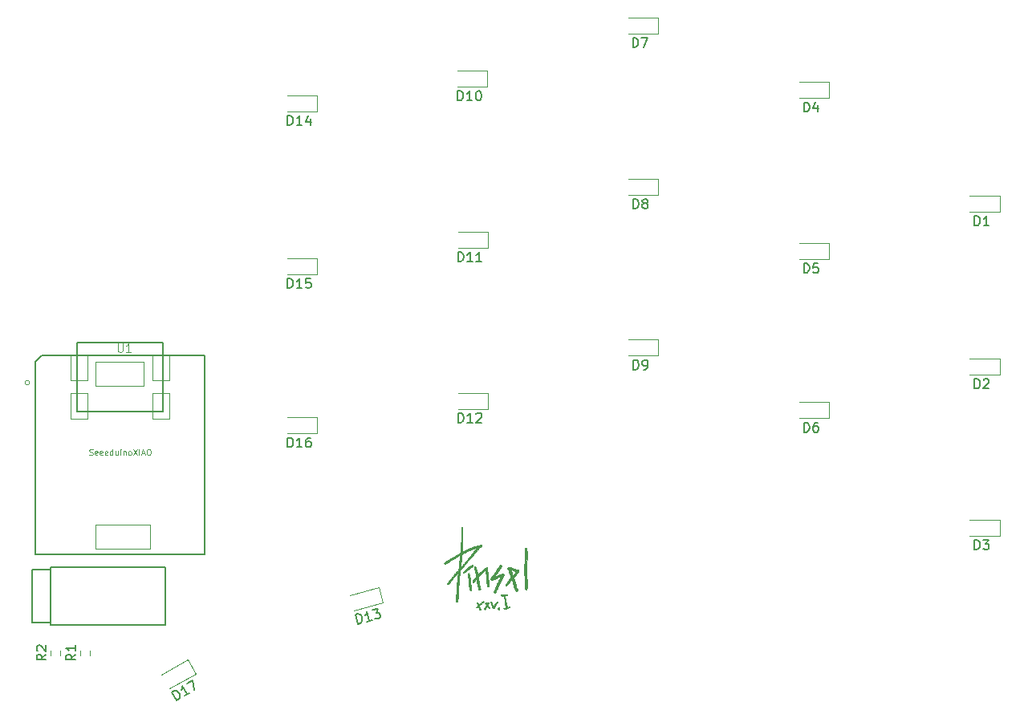
<source format=gbr>
%TF.GenerationSoftware,KiCad,Pcbnew,5.1.9*%
%TF.CreationDate,2021-04-16T22:17:29+02:00*%
%TF.ProjectId,handbrush,68616e64-6272-4757-9368-2e6b69636164,rev?*%
%TF.SameCoordinates,Original*%
%TF.FileFunction,Legend,Top*%
%TF.FilePolarity,Positive*%
%FSLAX46Y46*%
G04 Gerber Fmt 4.6, Leading zero omitted, Abs format (unit mm)*
G04 Created by KiCad (PCBNEW 5.1.9) date 2021-04-16 22:17:29*
%MOMM*%
%LPD*%
G01*
G04 APERTURE LIST*
%ADD10C,0.010000*%
%ADD11C,0.100000*%
%ADD12C,0.127000*%
%ADD13C,0.066040*%
%ADD14C,0.120000*%
%ADD15C,0.150000*%
%ADD16C,0.101600*%
%ADD17C,0.076200*%
G04 APERTURE END LIST*
D10*
%TO.C,G\u002A\u002A\u002A*%
G36*
X137447389Y-121833705D02*
G01*
X137434997Y-121921561D01*
X137415354Y-121984955D01*
X137388111Y-122026732D01*
X137352920Y-122049738D01*
X137324259Y-122056113D01*
X137284702Y-122056782D01*
X137255363Y-122046680D01*
X137234577Y-122020875D01*
X137220678Y-121974441D01*
X137212000Y-121902446D01*
X137206878Y-121799963D01*
X137204393Y-121701416D01*
X137202299Y-121584135D01*
X137200688Y-121467966D01*
X137199692Y-121364466D01*
X137199440Y-121285192D01*
X137199522Y-121268692D01*
X137198545Y-121209462D01*
X137195213Y-121118866D01*
X137189893Y-121004520D01*
X137182954Y-120874041D01*
X137174763Y-120735045D01*
X137170288Y-120664319D01*
X137162380Y-120528038D01*
X137155617Y-120383441D01*
X137150086Y-120235908D01*
X137145879Y-120090817D01*
X137143084Y-119953550D01*
X137141790Y-119829484D01*
X137142088Y-119724000D01*
X137144066Y-119642477D01*
X137147814Y-119590295D01*
X137152153Y-119573283D01*
X137155278Y-119551991D01*
X137158750Y-119498203D01*
X137162267Y-119418492D01*
X137165529Y-119319432D01*
X137167662Y-119234794D01*
X137173875Y-118955265D01*
X137179425Y-118712185D01*
X137184420Y-118502935D01*
X137188967Y-118324895D01*
X137193172Y-118175445D01*
X137197143Y-118051965D01*
X137200987Y-117951835D01*
X137204811Y-117872435D01*
X137208721Y-117811146D01*
X137212825Y-117765347D01*
X137217231Y-117732420D01*
X137222044Y-117709743D01*
X137227372Y-117694697D01*
X137230844Y-117688269D01*
X137269359Y-117654851D01*
X137318315Y-117644759D01*
X137361270Y-117660313D01*
X137369338Y-117668730D01*
X137386515Y-117711838D01*
X137400701Y-117791013D01*
X137411826Y-117903357D01*
X137419820Y-118045967D01*
X137424612Y-118215946D01*
X137426130Y-118410392D01*
X137424305Y-118626406D01*
X137419065Y-118861087D01*
X137410339Y-119111536D01*
X137406662Y-119197615D01*
X137400757Y-119345079D01*
X137395770Y-119499824D01*
X137391744Y-119656904D01*
X137388723Y-119811370D01*
X137386751Y-119958277D01*
X137385872Y-120092677D01*
X137386129Y-120209623D01*
X137387566Y-120304169D01*
X137390227Y-120371367D01*
X137394157Y-120406270D01*
X137395923Y-120409997D01*
X137412209Y-120437167D01*
X137413847Y-120450383D01*
X137403324Y-120469279D01*
X137389424Y-120465017D01*
X137378454Y-120463368D01*
X137392503Y-120484231D01*
X137409269Y-120517362D01*
X137397388Y-120540735D01*
X137378938Y-120567406D01*
X137375819Y-120587512D01*
X137390098Y-120587448D01*
X137397473Y-120600906D01*
X137403777Y-120645002D01*
X137407962Y-120711298D01*
X137408723Y-120737718D01*
X137411391Y-120818630D01*
X137416323Y-120925432D01*
X137422848Y-121045048D01*
X137430299Y-121164401D01*
X137431406Y-121180769D01*
X137444538Y-121394920D01*
X137451811Y-121573230D01*
X137452878Y-121718543D01*
X137447389Y-121833705D01*
G37*
X137447389Y-121833705D02*
X137434997Y-121921561D01*
X137415354Y-121984955D01*
X137388111Y-122026732D01*
X137352920Y-122049738D01*
X137324259Y-122056113D01*
X137284702Y-122056782D01*
X137255363Y-122046680D01*
X137234577Y-122020875D01*
X137220678Y-121974441D01*
X137212000Y-121902446D01*
X137206878Y-121799963D01*
X137204393Y-121701416D01*
X137202299Y-121584135D01*
X137200688Y-121467966D01*
X137199692Y-121364466D01*
X137199440Y-121285192D01*
X137199522Y-121268692D01*
X137198545Y-121209462D01*
X137195213Y-121118866D01*
X137189893Y-121004520D01*
X137182954Y-120874041D01*
X137174763Y-120735045D01*
X137170288Y-120664319D01*
X137162380Y-120528038D01*
X137155617Y-120383441D01*
X137150086Y-120235908D01*
X137145879Y-120090817D01*
X137143084Y-119953550D01*
X137141790Y-119829484D01*
X137142088Y-119724000D01*
X137144066Y-119642477D01*
X137147814Y-119590295D01*
X137152153Y-119573283D01*
X137155278Y-119551991D01*
X137158750Y-119498203D01*
X137162267Y-119418492D01*
X137165529Y-119319432D01*
X137167662Y-119234794D01*
X137173875Y-118955265D01*
X137179425Y-118712185D01*
X137184420Y-118502935D01*
X137188967Y-118324895D01*
X137193172Y-118175445D01*
X137197143Y-118051965D01*
X137200987Y-117951835D01*
X137204811Y-117872435D01*
X137208721Y-117811146D01*
X137212825Y-117765347D01*
X137217231Y-117732420D01*
X137222044Y-117709743D01*
X137227372Y-117694697D01*
X137230844Y-117688269D01*
X137269359Y-117654851D01*
X137318315Y-117644759D01*
X137361270Y-117660313D01*
X137369338Y-117668730D01*
X137386515Y-117711838D01*
X137400701Y-117791013D01*
X137411826Y-117903357D01*
X137419820Y-118045967D01*
X137424612Y-118215946D01*
X137426130Y-118410392D01*
X137424305Y-118626406D01*
X137419065Y-118861087D01*
X137410339Y-119111536D01*
X137406662Y-119197615D01*
X137400757Y-119345079D01*
X137395770Y-119499824D01*
X137391744Y-119656904D01*
X137388723Y-119811370D01*
X137386751Y-119958277D01*
X137385872Y-120092677D01*
X137386129Y-120209623D01*
X137387566Y-120304169D01*
X137390227Y-120371367D01*
X137394157Y-120406270D01*
X137395923Y-120409997D01*
X137412209Y-120437167D01*
X137413847Y-120450383D01*
X137403324Y-120469279D01*
X137389424Y-120465017D01*
X137378454Y-120463368D01*
X137392503Y-120484231D01*
X137409269Y-120517362D01*
X137397388Y-120540735D01*
X137378938Y-120567406D01*
X137375819Y-120587512D01*
X137390098Y-120587448D01*
X137397473Y-120600906D01*
X137403777Y-120645002D01*
X137407962Y-120711298D01*
X137408723Y-120737718D01*
X137411391Y-120818630D01*
X137416323Y-120925432D01*
X137422848Y-121045048D01*
X137430299Y-121164401D01*
X137431406Y-121180769D01*
X137444538Y-121394920D01*
X137451811Y-121573230D01*
X137452878Y-121718543D01*
X137447389Y-121833705D01*
G36*
X136547924Y-120171270D02*
G01*
X136515952Y-120209186D01*
X136485605Y-120239724D01*
X136447755Y-120289321D01*
X136431053Y-120314549D01*
X136397022Y-120364815D01*
X136368502Y-120400343D01*
X136359128Y-120408778D01*
X136337748Y-120430103D01*
X136301390Y-120473870D01*
X136257806Y-120530737D01*
X136256476Y-120532536D01*
X136200264Y-120605389D01*
X136138835Y-120680079D01*
X136096840Y-120727881D01*
X136053732Y-120776689D01*
X136033449Y-120809562D01*
X136031563Y-120838574D01*
X136043114Y-120874420D01*
X136085323Y-120989077D01*
X136127794Y-121114286D01*
X136168814Y-121243893D01*
X136206671Y-121371744D01*
X136239652Y-121491684D01*
X136266045Y-121597558D01*
X136284137Y-121683212D01*
X136292216Y-121742490D01*
X136290960Y-121765112D01*
X136293932Y-121796786D01*
X136310814Y-121848706D01*
X136336511Y-121909909D01*
X136365930Y-121969433D01*
X136393975Y-122016316D01*
X136415554Y-122039596D01*
X136418910Y-122040461D01*
X136433434Y-122056750D01*
X136436483Y-122096759D01*
X136429135Y-122147205D01*
X136412469Y-122194803D01*
X136405369Y-122207225D01*
X136361378Y-122249170D01*
X136311272Y-122254640D01*
X136258652Y-122225008D01*
X136207118Y-122161652D01*
X136185669Y-122123353D01*
X136148925Y-122050544D01*
X136110602Y-121974631D01*
X136102874Y-121959328D01*
X136077056Y-121893321D01*
X136054661Y-121810751D01*
X136044851Y-121757794D01*
X136028831Y-121667432D01*
X136005374Y-121564488D01*
X135976601Y-121455563D01*
X135944633Y-121347258D01*
X135911593Y-121246175D01*
X135879601Y-121158915D01*
X135850779Y-121092079D01*
X135827247Y-121052267D01*
X135815464Y-121044000D01*
X135794946Y-121057360D01*
X135756520Y-121092047D01*
X135708000Y-121139971D01*
X135657199Y-121193044D01*
X135611933Y-121243175D01*
X135580016Y-121282275D01*
X135570105Y-121298000D01*
X135553184Y-121325186D01*
X135517723Y-121374802D01*
X135469606Y-121438775D01*
X135434816Y-121483615D01*
X135375412Y-121557023D01*
X135332106Y-121603792D01*
X135298684Y-121629365D01*
X135268932Y-121639186D01*
X135256396Y-121639923D01*
X135204580Y-121626470D01*
X135180763Y-121591138D01*
X135187220Y-121541468D01*
X135213762Y-121498790D01*
X135251543Y-121441242D01*
X135281253Y-121376035D01*
X135282323Y-121372832D01*
X135305279Y-121319161D01*
X135331398Y-121280227D01*
X135335428Y-121276446D01*
X135362782Y-121243936D01*
X135394779Y-121192897D01*
X135404034Y-121175577D01*
X135436462Y-121125193D01*
X135487422Y-121060232D01*
X135547100Y-120993018D01*
X135560686Y-120978886D01*
X135632827Y-120904933D01*
X135681122Y-120850869D01*
X135708118Y-120807762D01*
X135716361Y-120766684D01*
X135708397Y-120718706D01*
X135686774Y-120654896D01*
X135667694Y-120603654D01*
X135597405Y-120405178D01*
X135536347Y-120215222D01*
X135501426Y-120094228D01*
X135474653Y-120027420D01*
X135434336Y-119958289D01*
X135420625Y-119939701D01*
X135380839Y-119876100D01*
X135375014Y-119821547D01*
X135403031Y-119765971D01*
X135418350Y-119747211D01*
X135438662Y-119729276D01*
X135466633Y-119719694D01*
X135511704Y-119717279D01*
X135583317Y-119720843D01*
X135611490Y-119722908D01*
X135697964Y-119732212D01*
X135752861Y-119741278D01*
X135752861Y-119972126D01*
X135738200Y-119975117D01*
X135738692Y-119989783D01*
X135742732Y-120000436D01*
X135754331Y-120034110D01*
X135773299Y-120095849D01*
X135796740Y-120176012D01*
X135815494Y-120242366D01*
X135855130Y-120372172D01*
X135892457Y-120469590D01*
X135926621Y-120532946D01*
X135956762Y-120560568D01*
X135976512Y-120556582D01*
X135998311Y-120529263D01*
X136029773Y-120479297D01*
X136055287Y-120433759D01*
X136099421Y-120361247D01*
X136151285Y-120290329D01*
X136178426Y-120258955D01*
X136223406Y-120201793D01*
X136233151Y-120160247D01*
X136207228Y-120132163D01*
X136149758Y-120116082D01*
X136094324Y-120102209D01*
X136019474Y-120076977D01*
X135941105Y-120045762D01*
X135938693Y-120044714D01*
X135848014Y-120005774D01*
X135787768Y-119981962D01*
X135752861Y-119972126D01*
X135752861Y-119741278D01*
X135778993Y-119745594D01*
X135839070Y-119760413D01*
X135845952Y-119762835D01*
X136116901Y-119860163D01*
X136364475Y-119939450D01*
X136449450Y-119966398D01*
X136504073Y-119988670D01*
X136536072Y-120010345D01*
X136553178Y-120035503D01*
X136555007Y-120040012D01*
X136564943Y-120107859D01*
X136547924Y-120171270D01*
G37*
X136547924Y-120171270D02*
X136515952Y-120209186D01*
X136485605Y-120239724D01*
X136447755Y-120289321D01*
X136431053Y-120314549D01*
X136397022Y-120364815D01*
X136368502Y-120400343D01*
X136359128Y-120408778D01*
X136337748Y-120430103D01*
X136301390Y-120473870D01*
X136257806Y-120530737D01*
X136256476Y-120532536D01*
X136200264Y-120605389D01*
X136138835Y-120680079D01*
X136096840Y-120727881D01*
X136053732Y-120776689D01*
X136033449Y-120809562D01*
X136031563Y-120838574D01*
X136043114Y-120874420D01*
X136085323Y-120989077D01*
X136127794Y-121114286D01*
X136168814Y-121243893D01*
X136206671Y-121371744D01*
X136239652Y-121491684D01*
X136266045Y-121597558D01*
X136284137Y-121683212D01*
X136292216Y-121742490D01*
X136290960Y-121765112D01*
X136293932Y-121796786D01*
X136310814Y-121848706D01*
X136336511Y-121909909D01*
X136365930Y-121969433D01*
X136393975Y-122016316D01*
X136415554Y-122039596D01*
X136418910Y-122040461D01*
X136433434Y-122056750D01*
X136436483Y-122096759D01*
X136429135Y-122147205D01*
X136412469Y-122194803D01*
X136405369Y-122207225D01*
X136361378Y-122249170D01*
X136311272Y-122254640D01*
X136258652Y-122225008D01*
X136207118Y-122161652D01*
X136185669Y-122123353D01*
X136148925Y-122050544D01*
X136110602Y-121974631D01*
X136102874Y-121959328D01*
X136077056Y-121893321D01*
X136054661Y-121810751D01*
X136044851Y-121757794D01*
X136028831Y-121667432D01*
X136005374Y-121564488D01*
X135976601Y-121455563D01*
X135944633Y-121347258D01*
X135911593Y-121246175D01*
X135879601Y-121158915D01*
X135850779Y-121092079D01*
X135827247Y-121052267D01*
X135815464Y-121044000D01*
X135794946Y-121057360D01*
X135756520Y-121092047D01*
X135708000Y-121139971D01*
X135657199Y-121193044D01*
X135611933Y-121243175D01*
X135580016Y-121282275D01*
X135570105Y-121298000D01*
X135553184Y-121325186D01*
X135517723Y-121374802D01*
X135469606Y-121438775D01*
X135434816Y-121483615D01*
X135375412Y-121557023D01*
X135332106Y-121603792D01*
X135298684Y-121629365D01*
X135268932Y-121639186D01*
X135256396Y-121639923D01*
X135204580Y-121626470D01*
X135180763Y-121591138D01*
X135187220Y-121541468D01*
X135213762Y-121498790D01*
X135251543Y-121441242D01*
X135281253Y-121376035D01*
X135282323Y-121372832D01*
X135305279Y-121319161D01*
X135331398Y-121280227D01*
X135335428Y-121276446D01*
X135362782Y-121243936D01*
X135394779Y-121192897D01*
X135404034Y-121175577D01*
X135436462Y-121125193D01*
X135487422Y-121060232D01*
X135547100Y-120993018D01*
X135560686Y-120978886D01*
X135632827Y-120904933D01*
X135681122Y-120850869D01*
X135708118Y-120807762D01*
X135716361Y-120766684D01*
X135708397Y-120718706D01*
X135686774Y-120654896D01*
X135667694Y-120603654D01*
X135597405Y-120405178D01*
X135536347Y-120215222D01*
X135501426Y-120094228D01*
X135474653Y-120027420D01*
X135434336Y-119958289D01*
X135420625Y-119939701D01*
X135380839Y-119876100D01*
X135375014Y-119821547D01*
X135403031Y-119765971D01*
X135418350Y-119747211D01*
X135438662Y-119729276D01*
X135466633Y-119719694D01*
X135511704Y-119717279D01*
X135583317Y-119720843D01*
X135611490Y-119722908D01*
X135697964Y-119732212D01*
X135752861Y-119741278D01*
X135752861Y-119972126D01*
X135738200Y-119975117D01*
X135738692Y-119989783D01*
X135742732Y-120000436D01*
X135754331Y-120034110D01*
X135773299Y-120095849D01*
X135796740Y-120176012D01*
X135815494Y-120242366D01*
X135855130Y-120372172D01*
X135892457Y-120469590D01*
X135926621Y-120532946D01*
X135956762Y-120560568D01*
X135976512Y-120556582D01*
X135998311Y-120529263D01*
X136029773Y-120479297D01*
X136055287Y-120433759D01*
X136099421Y-120361247D01*
X136151285Y-120290329D01*
X136178426Y-120258955D01*
X136223406Y-120201793D01*
X136233151Y-120160247D01*
X136207228Y-120132163D01*
X136149758Y-120116082D01*
X136094324Y-120102209D01*
X136019474Y-120076977D01*
X135941105Y-120045762D01*
X135938693Y-120044714D01*
X135848014Y-120005774D01*
X135787768Y-119981962D01*
X135752861Y-119972126D01*
X135752861Y-119741278D01*
X135778993Y-119745594D01*
X135839070Y-119760413D01*
X135845952Y-119762835D01*
X136116901Y-119860163D01*
X136364475Y-119939450D01*
X136449450Y-119966398D01*
X136504073Y-119988670D01*
X136536072Y-120010345D01*
X136553178Y-120035503D01*
X136555007Y-120040012D01*
X136564943Y-120107859D01*
X136547924Y-120171270D01*
G36*
X135578580Y-123949933D02*
G01*
X135527997Y-123985467D01*
X135451006Y-124022840D01*
X135353587Y-124059284D01*
X135241725Y-124092030D01*
X135201870Y-124101736D01*
X135125127Y-124118660D01*
X135075651Y-124126106D01*
X135042827Y-124124196D01*
X135016042Y-124113053D01*
X135001600Y-124104059D01*
X134966116Y-124071879D01*
X134952000Y-124042090D01*
X134967294Y-124010239D01*
X135002138Y-123998972D01*
X135038465Y-124012635D01*
X135068110Y-124024548D01*
X135112272Y-124015362D01*
X135133523Y-124007046D01*
X135181621Y-123982854D01*
X135212427Y-123959908D01*
X135214862Y-123956699D01*
X135214863Y-123929546D01*
X135203462Y-123875248D01*
X135182868Y-123803290D01*
X135170004Y-123764205D01*
X135125790Y-123604356D01*
X135090593Y-123409654D01*
X135079422Y-123324682D01*
X135052863Y-123130159D01*
X135024068Y-122973699D01*
X134992835Y-122854343D01*
X134965544Y-122784070D01*
X134946638Y-122753877D01*
X134919940Y-122740549D01*
X134872348Y-122739276D01*
X134847757Y-122740829D01*
X134776392Y-122740106D01*
X134729435Y-122723575D01*
X134716257Y-122713378D01*
X134683682Y-122675919D01*
X134684710Y-122648686D01*
X134702885Y-122632883D01*
X134735729Y-122623141D01*
X134791717Y-122615920D01*
X134825000Y-122613969D01*
X134890941Y-122610824D01*
X134979447Y-122605430D01*
X135074146Y-122598807D01*
X135099215Y-122596896D01*
X135185349Y-122591172D01*
X135241230Y-122590745D01*
X135275422Y-122596430D01*
X135296491Y-122609041D01*
X135303236Y-122616295D01*
X135323028Y-122657742D01*
X135306360Y-122688600D01*
X135254664Y-122707818D01*
X135169406Y-122714347D01*
X135106845Y-122716895D01*
X135063521Y-122723722D01*
X135049693Y-122732000D01*
X135057512Y-122758097D01*
X135077771Y-122807397D01*
X135099517Y-122855163D01*
X135125402Y-122921824D01*
X135147995Y-123007827D01*
X135168845Y-123120078D01*
X135186468Y-123242121D01*
X135201505Y-123350660D01*
X135216934Y-123452537D01*
X135231182Y-123537956D01*
X135242673Y-123597120D01*
X135245174Y-123607611D01*
X135275178Y-123715811D01*
X135305045Y-123808554D01*
X135332527Y-123879879D01*
X135355375Y-123923825D01*
X135368786Y-123935263D01*
X135399619Y-123927401D01*
X135449667Y-123908194D01*
X135469770Y-123899387D01*
X135537561Y-123875117D01*
X135578683Y-123877005D01*
X135595871Y-123905474D01*
X135596770Y-123919007D01*
X135578580Y-123949933D01*
G37*
X135578580Y-123949933D02*
X135527997Y-123985467D01*
X135451006Y-124022840D01*
X135353587Y-124059284D01*
X135241725Y-124092030D01*
X135201870Y-124101736D01*
X135125127Y-124118660D01*
X135075651Y-124126106D01*
X135042827Y-124124196D01*
X135016042Y-124113053D01*
X135001600Y-124104059D01*
X134966116Y-124071879D01*
X134952000Y-124042090D01*
X134967294Y-124010239D01*
X135002138Y-123998972D01*
X135038465Y-124012635D01*
X135068110Y-124024548D01*
X135112272Y-124015362D01*
X135133523Y-124007046D01*
X135181621Y-123982854D01*
X135212427Y-123959908D01*
X135214862Y-123956699D01*
X135214863Y-123929546D01*
X135203462Y-123875248D01*
X135182868Y-123803290D01*
X135170004Y-123764205D01*
X135125790Y-123604356D01*
X135090593Y-123409654D01*
X135079422Y-123324682D01*
X135052863Y-123130159D01*
X135024068Y-122973699D01*
X134992835Y-122854343D01*
X134965544Y-122784070D01*
X134946638Y-122753877D01*
X134919940Y-122740549D01*
X134872348Y-122739276D01*
X134847757Y-122740829D01*
X134776392Y-122740106D01*
X134729435Y-122723575D01*
X134716257Y-122713378D01*
X134683682Y-122675919D01*
X134684710Y-122648686D01*
X134702885Y-122632883D01*
X134735729Y-122623141D01*
X134791717Y-122615920D01*
X134825000Y-122613969D01*
X134890941Y-122610824D01*
X134979447Y-122605430D01*
X135074146Y-122598807D01*
X135099215Y-122596896D01*
X135185349Y-122591172D01*
X135241230Y-122590745D01*
X135275422Y-122596430D01*
X135296491Y-122609041D01*
X135303236Y-122616295D01*
X135323028Y-122657742D01*
X135306360Y-122688600D01*
X135254664Y-122707818D01*
X135169406Y-122714347D01*
X135106845Y-122716895D01*
X135063521Y-122723722D01*
X135049693Y-122732000D01*
X135057512Y-122758097D01*
X135077771Y-122807397D01*
X135099517Y-122855163D01*
X135125402Y-122921824D01*
X135147995Y-123007827D01*
X135168845Y-123120078D01*
X135186468Y-123242121D01*
X135201505Y-123350660D01*
X135216934Y-123452537D01*
X135231182Y-123537956D01*
X135242673Y-123597120D01*
X135245174Y-123607611D01*
X135275178Y-123715811D01*
X135305045Y-123808554D01*
X135332527Y-123879879D01*
X135355375Y-123923825D01*
X135368786Y-123935263D01*
X135399619Y-123927401D01*
X135449667Y-123908194D01*
X135469770Y-123899387D01*
X135537561Y-123875117D01*
X135578683Y-123877005D01*
X135595871Y-123905474D01*
X135596770Y-123919007D01*
X135578580Y-123949933D01*
G36*
X134512574Y-124128618D02*
G01*
X134467451Y-124162186D01*
X134424699Y-124170153D01*
X134374806Y-124154521D01*
X134339552Y-124115855D01*
X134324225Y-124066497D01*
X134334113Y-124018792D01*
X134351193Y-123998556D01*
X134408452Y-123971676D01*
X134466783Y-123975934D01*
X134513198Y-124009490D01*
X134521680Y-124022729D01*
X134532994Y-124078568D01*
X134512574Y-124128618D01*
G37*
X134512574Y-124128618D02*
X134467451Y-124162186D01*
X134424699Y-124170153D01*
X134374806Y-124154521D01*
X134339552Y-124115855D01*
X134324225Y-124066497D01*
X134334113Y-124018792D01*
X134351193Y-123998556D01*
X134408452Y-123971676D01*
X134466783Y-123975934D01*
X134513198Y-124009490D01*
X134521680Y-124022729D01*
X134532994Y-124078568D01*
X134512574Y-124128618D01*
G36*
X134323958Y-123401808D02*
G01*
X134276195Y-123464800D01*
X134245991Y-123499824D01*
X134201384Y-123552676D01*
X134163870Y-123604244D01*
X134129239Y-123662235D01*
X134093279Y-123734355D01*
X134051779Y-123828308D01*
X134005118Y-123940576D01*
X133967640Y-124020138D01*
X133932954Y-124063197D01*
X133896791Y-124071681D01*
X133854887Y-124047523D01*
X133827693Y-124020856D01*
X133764975Y-123932158D01*
X133706306Y-123806471D01*
X133652538Y-123645751D01*
X133633847Y-123576976D01*
X133609365Y-123481173D01*
X133594190Y-123416938D01*
X133588017Y-123377965D01*
X133590542Y-123357946D01*
X133601461Y-123350572D01*
X133620471Y-123349536D01*
X133622883Y-123349538D01*
X133647939Y-123355958D01*
X133671419Y-123378460D01*
X133695787Y-123421909D01*
X133723505Y-123491169D01*
X133757036Y-123591105D01*
X133776223Y-123652384D01*
X133804105Y-123737988D01*
X133831051Y-123812459D01*
X133853336Y-123865905D01*
X133863791Y-123885005D01*
X133878691Y-123900944D01*
X133892142Y-123898595D01*
X133908481Y-123872583D01*
X133932045Y-123817531D01*
X133945345Y-123783934D01*
X133983272Y-123700507D01*
X134029211Y-123618021D01*
X134070381Y-123558129D01*
X134121983Y-123493792D01*
X134173724Y-123428449D01*
X134195718Y-123400315D01*
X134251268Y-123345832D01*
X134298295Y-123330000D01*
X134334183Y-123337086D01*
X134343012Y-123360129D01*
X134323958Y-123401808D01*
G37*
X134323958Y-123401808D02*
X134276195Y-123464800D01*
X134245991Y-123499824D01*
X134201384Y-123552676D01*
X134163870Y-123604244D01*
X134129239Y-123662235D01*
X134093279Y-123734355D01*
X134051779Y-123828308D01*
X134005118Y-123940576D01*
X133967640Y-124020138D01*
X133932954Y-124063197D01*
X133896791Y-124071681D01*
X133854887Y-124047523D01*
X133827693Y-124020856D01*
X133764975Y-123932158D01*
X133706306Y-123806471D01*
X133652538Y-123645751D01*
X133633847Y-123576976D01*
X133609365Y-123481173D01*
X133594190Y-123416938D01*
X133588017Y-123377965D01*
X133590542Y-123357946D01*
X133601461Y-123350572D01*
X133620471Y-123349536D01*
X133622883Y-123349538D01*
X133647939Y-123355958D01*
X133671419Y-123378460D01*
X133695787Y-123421909D01*
X133723505Y-123491169D01*
X133757036Y-123591105D01*
X133776223Y-123652384D01*
X133804105Y-123737988D01*
X133831051Y-123812459D01*
X133853336Y-123865905D01*
X133863791Y-123885005D01*
X133878691Y-123900944D01*
X133892142Y-123898595D01*
X133908481Y-123872583D01*
X133932045Y-123817531D01*
X133945345Y-123783934D01*
X133983272Y-123700507D01*
X134029211Y-123618021D01*
X134070381Y-123558129D01*
X134121983Y-123493792D01*
X134173724Y-123428449D01*
X134195718Y-123400315D01*
X134251268Y-123345832D01*
X134298295Y-123330000D01*
X134334183Y-123337086D01*
X134343012Y-123360129D01*
X134323958Y-123401808D01*
G36*
X134962441Y-120520532D02*
G01*
X134935727Y-120590937D01*
X134892272Y-120691874D01*
X134832947Y-120821396D01*
X134758625Y-120977556D01*
X134670179Y-121158406D01*
X134654287Y-121190488D01*
X134602547Y-121295967D01*
X134552760Y-121399620D01*
X134509562Y-121491651D01*
X134477585Y-121562266D01*
X134469419Y-121581257D01*
X134439153Y-121652183D01*
X134399399Y-121743603D01*
X134356752Y-121840398D01*
X134337270Y-121884153D01*
X134291058Y-121988042D01*
X134240192Y-122103224D01*
X134193499Y-122209686D01*
X134179973Y-122240730D01*
X134144990Y-122319893D01*
X134119767Y-122369844D01*
X134098710Y-122397307D01*
X134076222Y-122409003D01*
X134046706Y-122411655D01*
X134037641Y-122411692D01*
X133969169Y-122398842D01*
X133930189Y-122360999D01*
X133921063Y-122299220D01*
X133942157Y-122214562D01*
X133957299Y-122178514D01*
X133984729Y-122117787D01*
X134007353Y-122066327D01*
X134014154Y-122050230D01*
X134031601Y-122009083D01*
X134057113Y-121950418D01*
X134069092Y-121923230D01*
X134093876Y-121866309D01*
X134128145Y-121786393D01*
X134166315Y-121696542D01*
X134186300Y-121649159D01*
X134220479Y-121571258D01*
X134267878Y-121467907D01*
X134324070Y-121348521D01*
X134384626Y-121222512D01*
X134442218Y-121105135D01*
X134495988Y-120995522D01*
X134543218Y-120896789D01*
X134581286Y-120814626D01*
X134607565Y-120754722D01*
X134619431Y-120722769D01*
X134619847Y-120720068D01*
X134612922Y-120706482D01*
X134587050Y-120708468D01*
X134534588Y-120726828D01*
X134527039Y-120729813D01*
X134434804Y-120768764D01*
X134337281Y-120813615D01*
X134246266Y-120858630D01*
X134173558Y-120898078D01*
X134146499Y-120914754D01*
X134087520Y-120947513D01*
X134005540Y-120985026D01*
X133914081Y-121021922D01*
X133826661Y-121052833D01*
X133756800Y-121072390D01*
X133743100Y-121074964D01*
X133684348Y-121076673D01*
X133640510Y-121055441D01*
X133628270Y-121044743D01*
X133596247Y-121004726D01*
X133587926Y-120959806D01*
X133602002Y-120897676D01*
X133610218Y-120874326D01*
X133635219Y-120823106D01*
X133674390Y-120759370D01*
X133701539Y-120720847D01*
X133748584Y-120657555D01*
X133793642Y-120596134D01*
X133813875Y-120568135D01*
X133871119Y-120491059D01*
X133953304Y-120384977D01*
X134059926Y-120250538D01*
X134065068Y-120244110D01*
X134115207Y-120174958D01*
X134162822Y-120098999D01*
X134180215Y-120067108D01*
X134219225Y-119999375D01*
X134269771Y-119923339D01*
X134301668Y-119880305D01*
X134348774Y-119818098D01*
X134407058Y-119738087D01*
X134465904Y-119654906D01*
X134481514Y-119632346D01*
X134533774Y-119559017D01*
X134572070Y-119513312D01*
X134602518Y-119489332D01*
X134631236Y-119481180D01*
X134638524Y-119480923D01*
X134693216Y-119496131D01*
X134723478Y-119537826D01*
X134726756Y-119600114D01*
X134712305Y-119651131D01*
X134684769Y-119707378D01*
X134640904Y-119783663D01*
X134587827Y-119868763D01*
X134532653Y-119951454D01*
X134482500Y-120020512D01*
X134462099Y-120045755D01*
X134431391Y-120088947D01*
X134393673Y-120151832D01*
X134366129Y-120203287D01*
X134327455Y-120269291D01*
X134272272Y-120350300D01*
X134210297Y-120432346D01*
X134186683Y-120461254D01*
X134081876Y-120593168D01*
X134008055Y-120701957D01*
X133978804Y-120755820D01*
X133984906Y-120763920D01*
X134014477Y-120754438D01*
X134058379Y-120731328D01*
X134102077Y-120702515D01*
X134149914Y-120673501D01*
X134224874Y-120634762D01*
X134318959Y-120589785D01*
X134424171Y-120542056D01*
X134532513Y-120495063D01*
X134635987Y-120452291D01*
X134726597Y-120417230D01*
X134796343Y-120393364D01*
X134830757Y-120384817D01*
X134895096Y-120389794D01*
X134945149Y-120420115D01*
X134970357Y-120468444D01*
X134971539Y-120482608D01*
X134962441Y-120520532D01*
G37*
X134962441Y-120520532D02*
X134935727Y-120590937D01*
X134892272Y-120691874D01*
X134832947Y-120821396D01*
X134758625Y-120977556D01*
X134670179Y-121158406D01*
X134654287Y-121190488D01*
X134602547Y-121295967D01*
X134552760Y-121399620D01*
X134509562Y-121491651D01*
X134477585Y-121562266D01*
X134469419Y-121581257D01*
X134439153Y-121652183D01*
X134399399Y-121743603D01*
X134356752Y-121840398D01*
X134337270Y-121884153D01*
X134291058Y-121988042D01*
X134240192Y-122103224D01*
X134193499Y-122209686D01*
X134179973Y-122240730D01*
X134144990Y-122319893D01*
X134119767Y-122369844D01*
X134098710Y-122397307D01*
X134076222Y-122409003D01*
X134046706Y-122411655D01*
X134037641Y-122411692D01*
X133969169Y-122398842D01*
X133930189Y-122360999D01*
X133921063Y-122299220D01*
X133942157Y-122214562D01*
X133957299Y-122178514D01*
X133984729Y-122117787D01*
X134007353Y-122066327D01*
X134014154Y-122050230D01*
X134031601Y-122009083D01*
X134057113Y-121950418D01*
X134069092Y-121923230D01*
X134093876Y-121866309D01*
X134128145Y-121786393D01*
X134166315Y-121696542D01*
X134186300Y-121649159D01*
X134220479Y-121571258D01*
X134267878Y-121467907D01*
X134324070Y-121348521D01*
X134384626Y-121222512D01*
X134442218Y-121105135D01*
X134495988Y-120995522D01*
X134543218Y-120896789D01*
X134581286Y-120814626D01*
X134607565Y-120754722D01*
X134619431Y-120722769D01*
X134619847Y-120720068D01*
X134612922Y-120706482D01*
X134587050Y-120708468D01*
X134534588Y-120726828D01*
X134527039Y-120729813D01*
X134434804Y-120768764D01*
X134337281Y-120813615D01*
X134246266Y-120858630D01*
X134173558Y-120898078D01*
X134146499Y-120914754D01*
X134087520Y-120947513D01*
X134005540Y-120985026D01*
X133914081Y-121021922D01*
X133826661Y-121052833D01*
X133756800Y-121072390D01*
X133743100Y-121074964D01*
X133684348Y-121076673D01*
X133640510Y-121055441D01*
X133628270Y-121044743D01*
X133596247Y-121004726D01*
X133587926Y-120959806D01*
X133602002Y-120897676D01*
X133610218Y-120874326D01*
X133635219Y-120823106D01*
X133674390Y-120759370D01*
X133701539Y-120720847D01*
X133748584Y-120657555D01*
X133793642Y-120596134D01*
X133813875Y-120568135D01*
X133871119Y-120491059D01*
X133953304Y-120384977D01*
X134059926Y-120250538D01*
X134065068Y-120244110D01*
X134115207Y-120174958D01*
X134162822Y-120098999D01*
X134180215Y-120067108D01*
X134219225Y-119999375D01*
X134269771Y-119923339D01*
X134301668Y-119880305D01*
X134348774Y-119818098D01*
X134407058Y-119738087D01*
X134465904Y-119654906D01*
X134481514Y-119632346D01*
X134533774Y-119559017D01*
X134572070Y-119513312D01*
X134602518Y-119489332D01*
X134631236Y-119481180D01*
X134638524Y-119480923D01*
X134693216Y-119496131D01*
X134723478Y-119537826D01*
X134726756Y-119600114D01*
X134712305Y-119651131D01*
X134684769Y-119707378D01*
X134640904Y-119783663D01*
X134587827Y-119868763D01*
X134532653Y-119951454D01*
X134482500Y-120020512D01*
X134462099Y-120045755D01*
X134431391Y-120088947D01*
X134393673Y-120151832D01*
X134366129Y-120203287D01*
X134327455Y-120269291D01*
X134272272Y-120350300D01*
X134210297Y-120432346D01*
X134186683Y-120461254D01*
X134081876Y-120593168D01*
X134008055Y-120701957D01*
X133978804Y-120755820D01*
X133984906Y-120763920D01*
X134014477Y-120754438D01*
X134058379Y-120731328D01*
X134102077Y-120702515D01*
X134149914Y-120673501D01*
X134224874Y-120634762D01*
X134318959Y-120589785D01*
X134424171Y-120542056D01*
X134532513Y-120495063D01*
X134635987Y-120452291D01*
X134726597Y-120417230D01*
X134796343Y-120393364D01*
X134830757Y-120384817D01*
X134895096Y-120389794D01*
X134945149Y-120420115D01*
X134970357Y-120468444D01*
X134971539Y-120482608D01*
X134962441Y-120520532D01*
G36*
X133451470Y-124052071D02*
G01*
X133437483Y-124052923D01*
X133385556Y-124034373D01*
X133354444Y-123997702D01*
X133313528Y-123937660D01*
X133268790Y-123881965D01*
X133228088Y-123839490D01*
X133199285Y-123819106D01*
X133195638Y-123818461D01*
X133178128Y-123834339D01*
X133146516Y-123877239D01*
X133105745Y-123940062D01*
X133072658Y-123995078D01*
X133022201Y-124078426D01*
X132984929Y-124131516D01*
X132956851Y-124159191D01*
X132933973Y-124166292D01*
X132931698Y-124166040D01*
X132898332Y-124152708D01*
X132889431Y-124140846D01*
X132897499Y-124117541D01*
X132922660Y-124068406D01*
X132961030Y-124000580D01*
X133008727Y-123921202D01*
X133010016Y-123919115D01*
X133058355Y-123839020D01*
X133097990Y-123769836D01*
X133124863Y-123718891D01*
X133134921Y-123693512D01*
X133134924Y-123693371D01*
X133121850Y-123666890D01*
X133088633Y-123626222D01*
X133066539Y-123603538D01*
X133015056Y-123539950D01*
X133000454Y-123486550D01*
X133021504Y-123444881D01*
X133076978Y-123416482D01*
X133165649Y-123402897D01*
X133192007Y-123402624D01*
X133192007Y-123520123D01*
X133164139Y-123531279D01*
X133170586Y-123549318D01*
X133182118Y-123561413D01*
X133212893Y-123580607D01*
X133234682Y-123570211D01*
X133248164Y-123540326D01*
X133230890Y-123520448D01*
X133192007Y-123520123D01*
X133192007Y-123402624D01*
X133226888Y-123402262D01*
X133296821Y-123407526D01*
X133353144Y-123417737D01*
X133380594Y-123428887D01*
X133400585Y-123458720D01*
X133408374Y-123495013D01*
X133401915Y-123521225D01*
X133392521Y-123525384D01*
X133372211Y-123541627D01*
X133345231Y-123581894D01*
X133318288Y-123633496D01*
X133298094Y-123683742D01*
X133291231Y-123716970D01*
X133303865Y-123750272D01*
X133337142Y-123800849D01*
X133384125Y-123858290D01*
X133388924Y-123863587D01*
X133450733Y-123939239D01*
X133482007Y-123996832D01*
X133482376Y-124034924D01*
X133451470Y-124052071D01*
G37*
X133451470Y-124052071D02*
X133437483Y-124052923D01*
X133385556Y-124034373D01*
X133354444Y-123997702D01*
X133313528Y-123937660D01*
X133268790Y-123881965D01*
X133228088Y-123839490D01*
X133199285Y-123819106D01*
X133195638Y-123818461D01*
X133178128Y-123834339D01*
X133146516Y-123877239D01*
X133105745Y-123940062D01*
X133072658Y-123995078D01*
X133022201Y-124078426D01*
X132984929Y-124131516D01*
X132956851Y-124159191D01*
X132933973Y-124166292D01*
X132931698Y-124166040D01*
X132898332Y-124152708D01*
X132889431Y-124140846D01*
X132897499Y-124117541D01*
X132922660Y-124068406D01*
X132961030Y-124000580D01*
X133008727Y-123921202D01*
X133010016Y-123919115D01*
X133058355Y-123839020D01*
X133097990Y-123769836D01*
X133124863Y-123718891D01*
X133134921Y-123693512D01*
X133134924Y-123693371D01*
X133121850Y-123666890D01*
X133088633Y-123626222D01*
X133066539Y-123603538D01*
X133015056Y-123539950D01*
X133000454Y-123486550D01*
X133021504Y-123444881D01*
X133076978Y-123416482D01*
X133165649Y-123402897D01*
X133192007Y-123402624D01*
X133192007Y-123520123D01*
X133164139Y-123531279D01*
X133170586Y-123549318D01*
X133182118Y-123561413D01*
X133212893Y-123580607D01*
X133234682Y-123570211D01*
X133248164Y-123540326D01*
X133230890Y-123520448D01*
X133192007Y-123520123D01*
X133192007Y-123402624D01*
X133226888Y-123402262D01*
X133296821Y-123407526D01*
X133353144Y-123417737D01*
X133380594Y-123428887D01*
X133400585Y-123458720D01*
X133408374Y-123495013D01*
X133401915Y-123521225D01*
X133392521Y-123525384D01*
X133372211Y-123541627D01*
X133345231Y-123581894D01*
X133318288Y-123633496D01*
X133298094Y-123683742D01*
X133291231Y-123716970D01*
X133303865Y-123750272D01*
X133337142Y-123800849D01*
X133384125Y-123858290D01*
X133388924Y-123863587D01*
X133450733Y-123939239D01*
X133482007Y-123996832D01*
X133482376Y-124034924D01*
X133451470Y-124052071D01*
G36*
X132850169Y-123361438D02*
G01*
X132820682Y-123393287D01*
X132783081Y-123425516D01*
X132728833Y-123474671D01*
X132669311Y-123530436D01*
X132666000Y-123533595D01*
X132604657Y-123589519D01*
X132545582Y-123638932D01*
X132501198Y-123671462D01*
X132499924Y-123672253D01*
X132449072Y-123706012D01*
X132420574Y-123736835D01*
X132411807Y-123774979D01*
X132420151Y-123830698D01*
X132440373Y-123905219D01*
X132465579Y-123981428D01*
X132493033Y-124047120D01*
X132517251Y-124089360D01*
X132519673Y-124092232D01*
X132544203Y-124130071D01*
X132538159Y-124162968D01*
X132536085Y-124166412D01*
X132497594Y-124202641D01*
X132454707Y-124205108D01*
X132413526Y-124177690D01*
X132380155Y-124124266D01*
X132361609Y-124055557D01*
X132346760Y-123980709D01*
X132326311Y-123913038D01*
X132303957Y-123862401D01*
X132283394Y-123838657D01*
X132280061Y-123838000D01*
X132257774Y-123850938D01*
X132219860Y-123883846D01*
X132197077Y-123906384D01*
X132153282Y-123946530D01*
X132117035Y-123971127D01*
X132105322Y-123974769D01*
X132081400Y-123962735D01*
X132085248Y-123929554D01*
X132115046Y-123879601D01*
X132168975Y-123817254D01*
X132172109Y-123814055D01*
X132264372Y-123720384D01*
X132228900Y-123654517D01*
X132188450Y-123597173D01*
X132139061Y-123548490D01*
X132136638Y-123546663D01*
X132090945Y-123501964D01*
X132083107Y-123462176D01*
X132107847Y-123428777D01*
X132146096Y-123420074D01*
X132194462Y-123444591D01*
X132248581Y-123499254D01*
X132289249Y-123556487D01*
X132322697Y-123605120D01*
X132349398Y-123636337D01*
X132359104Y-123642580D01*
X132386695Y-123630261D01*
X132435117Y-123597314D01*
X132496703Y-123549851D01*
X132563791Y-123493984D01*
X132628715Y-123435825D01*
X132675035Y-123390636D01*
X132746669Y-123325426D01*
X132801107Y-123294984D01*
X132838720Y-123299170D01*
X132855487Y-123323274D01*
X132850169Y-123361438D01*
G37*
X132850169Y-123361438D02*
X132820682Y-123393287D01*
X132783081Y-123425516D01*
X132728833Y-123474671D01*
X132669311Y-123530436D01*
X132666000Y-123533595D01*
X132604657Y-123589519D01*
X132545582Y-123638932D01*
X132501198Y-123671462D01*
X132499924Y-123672253D01*
X132449072Y-123706012D01*
X132420574Y-123736835D01*
X132411807Y-123774979D01*
X132420151Y-123830698D01*
X132440373Y-123905219D01*
X132465579Y-123981428D01*
X132493033Y-124047120D01*
X132517251Y-124089360D01*
X132519673Y-124092232D01*
X132544203Y-124130071D01*
X132538159Y-124162968D01*
X132536085Y-124166412D01*
X132497594Y-124202641D01*
X132454707Y-124205108D01*
X132413526Y-124177690D01*
X132380155Y-124124266D01*
X132361609Y-124055557D01*
X132346760Y-123980709D01*
X132326311Y-123913038D01*
X132303957Y-123862401D01*
X132283394Y-123838657D01*
X132280061Y-123838000D01*
X132257774Y-123850938D01*
X132219860Y-123883846D01*
X132197077Y-123906384D01*
X132153282Y-123946530D01*
X132117035Y-123971127D01*
X132105322Y-123974769D01*
X132081400Y-123962735D01*
X132085248Y-123929554D01*
X132115046Y-123879601D01*
X132168975Y-123817254D01*
X132172109Y-123814055D01*
X132264372Y-123720384D01*
X132228900Y-123654517D01*
X132188450Y-123597173D01*
X132139061Y-123548490D01*
X132136638Y-123546663D01*
X132090945Y-123501964D01*
X132083107Y-123462176D01*
X132107847Y-123428777D01*
X132146096Y-123420074D01*
X132194462Y-123444591D01*
X132248581Y-123499254D01*
X132289249Y-123556487D01*
X132322697Y-123605120D01*
X132349398Y-123636337D01*
X132359104Y-123642580D01*
X132386695Y-123630261D01*
X132435117Y-123597314D01*
X132496703Y-123549851D01*
X132563791Y-123493984D01*
X132628715Y-123435825D01*
X132675035Y-123390636D01*
X132746669Y-123325426D01*
X132801107Y-123294984D01*
X132838720Y-123299170D01*
X132855487Y-123323274D01*
X132850169Y-123361438D01*
G36*
X133422836Y-121643448D02*
G01*
X133409140Y-121679431D01*
X133385239Y-121707546D01*
X133329828Y-121742485D01*
X133279636Y-121738814D01*
X133247181Y-121713192D01*
X133230148Y-121675784D01*
X133212444Y-121602991D01*
X133194570Y-121498488D01*
X133177025Y-121365950D01*
X133160309Y-121209051D01*
X133144922Y-121031467D01*
X133134365Y-120884016D01*
X133125591Y-120759188D01*
X133115609Y-120631907D01*
X133105443Y-120514370D01*
X133096117Y-120418776D01*
X133092857Y-120389461D01*
X133082760Y-120297144D01*
X133074166Y-120207272D01*
X133068563Y-120135723D01*
X133067715Y-120120768D01*
X133062944Y-120063912D01*
X133055967Y-120025205D01*
X133052299Y-120017016D01*
X133035023Y-120023965D01*
X132993169Y-120055591D01*
X132926088Y-120112460D01*
X132833133Y-120195134D01*
X132713658Y-120304178D01*
X132573803Y-120433826D01*
X132501764Y-120500714D01*
X132429891Y-120566999D01*
X132369939Y-120621856D01*
X132351451Y-120638604D01*
X132270142Y-120711902D01*
X132311051Y-121039143D01*
X132338568Y-121226115D01*
X132374840Y-121424081D01*
X132415845Y-121611791D01*
X132430826Y-121672125D01*
X132457766Y-121779595D01*
X132480748Y-121877058D01*
X132498060Y-121956788D01*
X132507990Y-122011058D01*
X132509693Y-122028015D01*
X132493733Y-122077387D01*
X132453074Y-122108149D01*
X132398547Y-122117957D01*
X132340982Y-122104469D01*
X132298466Y-122073703D01*
X132272290Y-122036243D01*
X132260578Y-121988012D01*
X132259359Y-121922280D01*
X132255341Y-121843831D01*
X132241748Y-121752068D01*
X132227240Y-121688769D01*
X132208513Y-121617566D01*
X132194348Y-121556962D01*
X132188191Y-121522692D01*
X132177791Y-121475602D01*
X132161629Y-121429206D01*
X132146526Y-121386201D01*
X132142559Y-121360822D01*
X132139708Y-121333285D01*
X132130845Y-121301617D01*
X132122163Y-121261366D01*
X132112776Y-121194736D01*
X132104392Y-121114352D01*
X132102551Y-121092310D01*
X132089616Y-120928231D01*
X131990145Y-121049615D01*
X131933985Y-121120703D01*
X131880274Y-121192966D01*
X131840151Y-121251392D01*
X131838477Y-121254038D01*
X131789399Y-121314641D01*
X131742848Y-121336369D01*
X131698942Y-121319174D01*
X131692985Y-121313630D01*
X131676695Y-121288539D01*
X131673527Y-121251355D01*
X131682549Y-121189726D01*
X131683328Y-121185653D01*
X131696783Y-121151343D01*
X131709975Y-121141692D01*
X131726110Y-121125846D01*
X131728154Y-121112384D01*
X131738494Y-121086380D01*
X131747296Y-121083076D01*
X131767042Y-121067204D01*
X131794210Y-121027251D01*
X131805389Y-121006725D01*
X131832399Y-120958627D01*
X131854190Y-120928098D01*
X131859517Y-120923686D01*
X131878780Y-120906237D01*
X131914855Y-120866818D01*
X131960019Y-120813878D01*
X131961105Y-120812567D01*
X132047516Y-120708134D01*
X132024764Y-120519490D01*
X132011097Y-120428001D01*
X131989983Y-120312598D01*
X131964139Y-120187099D01*
X131936284Y-120065322D01*
X131931981Y-120047750D01*
X131900230Y-119910516D01*
X131881646Y-119806158D01*
X131876221Y-119730766D01*
X131883949Y-119680426D01*
X131904820Y-119651226D01*
X131931192Y-119640417D01*
X131973647Y-119645086D01*
X132001069Y-119681209D01*
X132014095Y-119733372D01*
X132028771Y-119788442D01*
X132054685Y-119856506D01*
X132068830Y-119887410D01*
X132096391Y-119956585D01*
X132127082Y-120055105D01*
X132158398Y-120173650D01*
X132187833Y-120302896D01*
X132207729Y-120404331D01*
X132223018Y-120458015D01*
X132242776Y-120490106D01*
X132261780Y-120494474D01*
X132271406Y-120479090D01*
X132288534Y-120451396D01*
X132322994Y-120407242D01*
X132364979Y-120358285D01*
X132404683Y-120316181D01*
X132421770Y-120300360D01*
X132443737Y-120281297D01*
X132488118Y-120242429D01*
X132548023Y-120189799D01*
X132603139Y-120141279D01*
X132678724Y-120075722D01*
X132752692Y-120013356D01*
X132814722Y-119962796D01*
X132844114Y-119940076D01*
X132901577Y-119894987D01*
X132970892Y-119837074D01*
X133026094Y-119788653D01*
X133100375Y-119729003D01*
X133157871Y-119701227D01*
X133202927Y-119704332D01*
X133239890Y-119737322D01*
X133241363Y-119739393D01*
X133259100Y-119778134D01*
X133264376Y-119832554D01*
X133260039Y-119900585D01*
X133257761Y-119993725D01*
X133265780Y-120108876D01*
X133278544Y-120203846D01*
X133289118Y-120280158D01*
X133301188Y-120386408D01*
X133313861Y-120513528D01*
X133326248Y-120652452D01*
X133337457Y-120794112D01*
X133339984Y-120829076D01*
X133350553Y-120966857D01*
X133362350Y-121101239D01*
X133374539Y-121223953D01*
X133386280Y-121326729D01*
X133396738Y-121401297D01*
X133399547Y-121417180D01*
X133417658Y-121520079D01*
X133425548Y-121592916D01*
X133422836Y-121643448D01*
G37*
X133422836Y-121643448D02*
X133409140Y-121679431D01*
X133385239Y-121707546D01*
X133329828Y-121742485D01*
X133279636Y-121738814D01*
X133247181Y-121713192D01*
X133230148Y-121675784D01*
X133212444Y-121602991D01*
X133194570Y-121498488D01*
X133177025Y-121365950D01*
X133160309Y-121209051D01*
X133144922Y-121031467D01*
X133134365Y-120884016D01*
X133125591Y-120759188D01*
X133115609Y-120631907D01*
X133105443Y-120514370D01*
X133096117Y-120418776D01*
X133092857Y-120389461D01*
X133082760Y-120297144D01*
X133074166Y-120207272D01*
X133068563Y-120135723D01*
X133067715Y-120120768D01*
X133062944Y-120063912D01*
X133055967Y-120025205D01*
X133052299Y-120017016D01*
X133035023Y-120023965D01*
X132993169Y-120055591D01*
X132926088Y-120112460D01*
X132833133Y-120195134D01*
X132713658Y-120304178D01*
X132573803Y-120433826D01*
X132501764Y-120500714D01*
X132429891Y-120566999D01*
X132369939Y-120621856D01*
X132351451Y-120638604D01*
X132270142Y-120711902D01*
X132311051Y-121039143D01*
X132338568Y-121226115D01*
X132374840Y-121424081D01*
X132415845Y-121611791D01*
X132430826Y-121672125D01*
X132457766Y-121779595D01*
X132480748Y-121877058D01*
X132498060Y-121956788D01*
X132507990Y-122011058D01*
X132509693Y-122028015D01*
X132493733Y-122077387D01*
X132453074Y-122108149D01*
X132398547Y-122117957D01*
X132340982Y-122104469D01*
X132298466Y-122073703D01*
X132272290Y-122036243D01*
X132260578Y-121988012D01*
X132259359Y-121922280D01*
X132255341Y-121843831D01*
X132241748Y-121752068D01*
X132227240Y-121688769D01*
X132208513Y-121617566D01*
X132194348Y-121556962D01*
X132188191Y-121522692D01*
X132177791Y-121475602D01*
X132161629Y-121429206D01*
X132146526Y-121386201D01*
X132142559Y-121360822D01*
X132139708Y-121333285D01*
X132130845Y-121301617D01*
X132122163Y-121261366D01*
X132112776Y-121194736D01*
X132104392Y-121114352D01*
X132102551Y-121092310D01*
X132089616Y-120928231D01*
X131990145Y-121049615D01*
X131933985Y-121120703D01*
X131880274Y-121192966D01*
X131840151Y-121251392D01*
X131838477Y-121254038D01*
X131789399Y-121314641D01*
X131742848Y-121336369D01*
X131698942Y-121319174D01*
X131692985Y-121313630D01*
X131676695Y-121288539D01*
X131673527Y-121251355D01*
X131682549Y-121189726D01*
X131683328Y-121185653D01*
X131696783Y-121151343D01*
X131709975Y-121141692D01*
X131726110Y-121125846D01*
X131728154Y-121112384D01*
X131738494Y-121086380D01*
X131747296Y-121083076D01*
X131767042Y-121067204D01*
X131794210Y-121027251D01*
X131805389Y-121006725D01*
X131832399Y-120958627D01*
X131854190Y-120928098D01*
X131859517Y-120923686D01*
X131878780Y-120906237D01*
X131914855Y-120866818D01*
X131960019Y-120813878D01*
X131961105Y-120812567D01*
X132047516Y-120708134D01*
X132024764Y-120519490D01*
X132011097Y-120428001D01*
X131989983Y-120312598D01*
X131964139Y-120187099D01*
X131936284Y-120065322D01*
X131931981Y-120047750D01*
X131900230Y-119910516D01*
X131881646Y-119806158D01*
X131876221Y-119730766D01*
X131883949Y-119680426D01*
X131904820Y-119651226D01*
X131931192Y-119640417D01*
X131973647Y-119645086D01*
X132001069Y-119681209D01*
X132014095Y-119733372D01*
X132028771Y-119788442D01*
X132054685Y-119856506D01*
X132068830Y-119887410D01*
X132096391Y-119956585D01*
X132127082Y-120055105D01*
X132158398Y-120173650D01*
X132187833Y-120302896D01*
X132207729Y-120404331D01*
X132223018Y-120458015D01*
X132242776Y-120490106D01*
X132261780Y-120494474D01*
X132271406Y-120479090D01*
X132288534Y-120451396D01*
X132322994Y-120407242D01*
X132364979Y-120358285D01*
X132404683Y-120316181D01*
X132421770Y-120300360D01*
X132443737Y-120281297D01*
X132488118Y-120242429D01*
X132548023Y-120189799D01*
X132603139Y-120141279D01*
X132678724Y-120075722D01*
X132752692Y-120013356D01*
X132814722Y-119962796D01*
X132844114Y-119940076D01*
X132901577Y-119894987D01*
X132970892Y-119837074D01*
X133026094Y-119788653D01*
X133100375Y-119729003D01*
X133157871Y-119701227D01*
X133202927Y-119704332D01*
X133239890Y-119737322D01*
X133241363Y-119739393D01*
X133259100Y-119778134D01*
X133264376Y-119832554D01*
X133260039Y-119900585D01*
X133257761Y-119993725D01*
X133265780Y-120108876D01*
X133278544Y-120203846D01*
X133289118Y-120280158D01*
X133301188Y-120386408D01*
X133313861Y-120513528D01*
X133326248Y-120652452D01*
X133337457Y-120794112D01*
X133339984Y-120829076D01*
X133350553Y-120966857D01*
X133362350Y-121101239D01*
X133374539Y-121223953D01*
X133386280Y-121326729D01*
X133396738Y-121401297D01*
X133399547Y-121417180D01*
X133417658Y-121520079D01*
X133425548Y-121592916D01*
X133422836Y-121643448D01*
G36*
X131548723Y-122130482D02*
G01*
X131533840Y-122146954D01*
X131480099Y-122176594D01*
X131430879Y-122168553D01*
X131391957Y-122124208D01*
X131386198Y-122111779D01*
X131364682Y-122044114D01*
X131342470Y-121946196D01*
X131320877Y-121826799D01*
X131301218Y-121694695D01*
X131284807Y-121558658D01*
X131272958Y-121427460D01*
X131267185Y-121317460D01*
X131261306Y-121193683D01*
X131250991Y-121055673D01*
X131237892Y-120923434D01*
X131228455Y-120848537D01*
X131208030Y-120699523D01*
X131194082Y-120584437D01*
X131186413Y-120498701D01*
X131184824Y-120437741D01*
X131189119Y-120396980D01*
X131199099Y-120371843D01*
X131207429Y-120362606D01*
X131248828Y-120339644D01*
X131281210Y-120349379D01*
X131306537Y-120393824D01*
X131326770Y-120474989D01*
X131328927Y-120487170D01*
X131345995Y-120570438D01*
X131367036Y-120650835D01*
X131384927Y-120704069D01*
X131403754Y-120756642D01*
X131412685Y-120794243D01*
X131412547Y-120801761D01*
X131412678Y-120831304D01*
X131419483Y-120880488D01*
X131420829Y-120887692D01*
X131426555Y-120928637D01*
X131434469Y-121001016D01*
X131443838Y-121097293D01*
X131453928Y-121209933D01*
X131463677Y-121327307D01*
X131480615Y-121528399D01*
X131496606Y-121694331D01*
X131512114Y-121828993D01*
X131527603Y-121936276D01*
X131543539Y-122020071D01*
X131549260Y-122044377D01*
X131558040Y-122097421D01*
X131548723Y-122130482D01*
G37*
X131548723Y-122130482D02*
X131533840Y-122146954D01*
X131480099Y-122176594D01*
X131430879Y-122168553D01*
X131391957Y-122124208D01*
X131386198Y-122111779D01*
X131364682Y-122044114D01*
X131342470Y-121946196D01*
X131320877Y-121826799D01*
X131301218Y-121694695D01*
X131284807Y-121558658D01*
X131272958Y-121427460D01*
X131267185Y-121317460D01*
X131261306Y-121193683D01*
X131250991Y-121055673D01*
X131237892Y-120923434D01*
X131228455Y-120848537D01*
X131208030Y-120699523D01*
X131194082Y-120584437D01*
X131186413Y-120498701D01*
X131184824Y-120437741D01*
X131189119Y-120396980D01*
X131199099Y-120371843D01*
X131207429Y-120362606D01*
X131248828Y-120339644D01*
X131281210Y-120349379D01*
X131306537Y-120393824D01*
X131326770Y-120474989D01*
X131328927Y-120487170D01*
X131345995Y-120570438D01*
X131367036Y-120650835D01*
X131384927Y-120704069D01*
X131403754Y-120756642D01*
X131412685Y-120794243D01*
X131412547Y-120801761D01*
X131412678Y-120831304D01*
X131419483Y-120880488D01*
X131420829Y-120887692D01*
X131426555Y-120928637D01*
X131434469Y-121001016D01*
X131443838Y-121097293D01*
X131453928Y-121209933D01*
X131463677Y-121327307D01*
X131480615Y-121528399D01*
X131496606Y-121694331D01*
X131512114Y-121828993D01*
X131527603Y-121936276D01*
X131543539Y-122020071D01*
X131549260Y-122044377D01*
X131558040Y-122097421D01*
X131548723Y-122130482D01*
G36*
X131712847Y-119604362D02*
G01*
X131681395Y-119641382D01*
X131624113Y-119686651D01*
X131591385Y-119709353D01*
X131526024Y-119754239D01*
X131470030Y-119793774D01*
X131434143Y-119820356D01*
X131431109Y-119822797D01*
X131390031Y-119851251D01*
X131338301Y-119880988D01*
X131298256Y-119905575D01*
X131279058Y-119924987D01*
X131278770Y-119926596D01*
X131263643Y-119945564D01*
X131226729Y-119972106D01*
X131221779Y-119975085D01*
X131183151Y-120001920D01*
X131124375Y-120047472D01*
X131054548Y-120104545D01*
X131005071Y-120146542D01*
X130894888Y-120236917D01*
X130807409Y-120297995D01*
X130740770Y-120330869D01*
X130693106Y-120336630D01*
X130684623Y-120334231D01*
X130661146Y-120317462D01*
X130658321Y-120290459D01*
X130678105Y-120250013D01*
X130722458Y-120192916D01*
X130793337Y-120115960D01*
X130857873Y-120050464D01*
X130934218Y-119975986D01*
X131005121Y-119909888D01*
X131064067Y-119858025D01*
X131104543Y-119826254D01*
X131113132Y-119820969D01*
X131157409Y-119793222D01*
X131215694Y-119750689D01*
X131256421Y-119718171D01*
X131319235Y-119669730D01*
X131382623Y-119626838D01*
X131415539Y-119607878D01*
X131478197Y-119571002D01*
X131536575Y-119529149D01*
X131539153Y-119527020D01*
X131600304Y-119490412D01*
X131656783Y-119480941D01*
X131700629Y-119496812D01*
X131723884Y-119536231D01*
X131724834Y-119568893D01*
X131712847Y-119604362D01*
G37*
X131712847Y-119604362D02*
X131681395Y-119641382D01*
X131624113Y-119686651D01*
X131591385Y-119709353D01*
X131526024Y-119754239D01*
X131470030Y-119793774D01*
X131434143Y-119820356D01*
X131431109Y-119822797D01*
X131390031Y-119851251D01*
X131338301Y-119880988D01*
X131298256Y-119905575D01*
X131279058Y-119924987D01*
X131278770Y-119926596D01*
X131263643Y-119945564D01*
X131226729Y-119972106D01*
X131221779Y-119975085D01*
X131183151Y-120001920D01*
X131124375Y-120047472D01*
X131054548Y-120104545D01*
X131005071Y-120146542D01*
X130894888Y-120236917D01*
X130807409Y-120297995D01*
X130740770Y-120330869D01*
X130693106Y-120336630D01*
X130684623Y-120334231D01*
X130661146Y-120317462D01*
X130658321Y-120290459D01*
X130678105Y-120250013D01*
X130722458Y-120192916D01*
X130793337Y-120115960D01*
X130857873Y-120050464D01*
X130934218Y-119975986D01*
X131005121Y-119909888D01*
X131064067Y-119858025D01*
X131104543Y-119826254D01*
X131113132Y-119820969D01*
X131157409Y-119793222D01*
X131215694Y-119750689D01*
X131256421Y-119718171D01*
X131319235Y-119669730D01*
X131382623Y-119626838D01*
X131415539Y-119607878D01*
X131478197Y-119571002D01*
X131536575Y-119529149D01*
X131539153Y-119527020D01*
X131600304Y-119490412D01*
X131656783Y-119480941D01*
X131700629Y-119496812D01*
X131723884Y-119536231D01*
X131724834Y-119568893D01*
X131712847Y-119604362D01*
G36*
X132662884Y-117478713D02*
G01*
X132647075Y-117503523D01*
X132608887Y-117522789D01*
X132572766Y-117535365D01*
X132523864Y-117555966D01*
X132475386Y-117587465D01*
X132419965Y-117635792D01*
X132350234Y-117706878D01*
X132322032Y-117737205D01*
X132253642Y-117813677D01*
X132189925Y-117888969D01*
X132138813Y-117953479D01*
X132111938Y-117991491D01*
X132067109Y-118054008D01*
X132009614Y-118123225D01*
X131974742Y-118160721D01*
X131924410Y-118216730D01*
X131863119Y-118292117D01*
X131801463Y-118373664D01*
X131780236Y-118403384D01*
X131730554Y-118472357D01*
X131686936Y-118529420D01*
X131655556Y-118566668D01*
X131645396Y-118576076D01*
X131618602Y-118600855D01*
X131581617Y-118643758D01*
X131568733Y-118660307D01*
X131532212Y-118705227D01*
X131474295Y-118772464D01*
X131400428Y-118855941D01*
X131316062Y-118949579D01*
X131226644Y-119047299D01*
X131137623Y-119143025D01*
X131104594Y-119178076D01*
X131043825Y-119245143D01*
X130982663Y-119317136D01*
X130945718Y-119363692D01*
X130904904Y-119414956D01*
X130870564Y-119453323D01*
X130855788Y-119466427D01*
X130834357Y-119488245D01*
X130797204Y-119533860D01*
X130750938Y-119595004D01*
X130730804Y-119622734D01*
X130665970Y-119707229D01*
X130588059Y-119800274D01*
X130512438Y-119883620D01*
X130502301Y-119894097D01*
X130375284Y-120023964D01*
X130347849Y-120196943D01*
X130336284Y-120282250D01*
X130324043Y-120393347D01*
X130312448Y-120516998D01*
X130302821Y-120639967D01*
X130301269Y-120663000D01*
X130292960Y-120779085D01*
X130281644Y-120921456D01*
X130268387Y-121077535D01*
X130254254Y-121234743D01*
X130241706Y-121366384D01*
X130228996Y-121499095D01*
X130217311Y-121627995D01*
X130207369Y-121744610D01*
X130199890Y-121840464D01*
X130195592Y-121907082D01*
X130195291Y-121913461D01*
X130189207Y-122003783D01*
X130178979Y-122109919D01*
X130166806Y-122209123D01*
X130166612Y-122210497D01*
X130155778Y-122304205D01*
X130148565Y-122400345D01*
X130146421Y-122479208D01*
X130146508Y-122484036D01*
X130147742Y-122597383D01*
X130146829Y-122721638D01*
X130144066Y-122849900D01*
X130139748Y-122975268D01*
X130134169Y-123090845D01*
X130127626Y-123189729D01*
X130120412Y-123265021D01*
X130112824Y-123309821D01*
X130110947Y-123315346D01*
X130086621Y-123353350D01*
X130048364Y-123367758D01*
X130019710Y-123369076D01*
X129975801Y-123365157D01*
X129945836Y-123349730D01*
X129928184Y-123317289D01*
X129921215Y-123262329D01*
X129923295Y-123179345D01*
X129931876Y-123072697D01*
X129941306Y-122966061D01*
X129950208Y-122857171D01*
X129957342Y-122761603D01*
X129960412Y-122714538D01*
X129965082Y-122642172D01*
X129972015Y-122543308D01*
X129980315Y-122430399D01*
X129989083Y-122315896D01*
X129989999Y-122304230D01*
X129997959Y-122192782D01*
X130004303Y-122083994D01*
X130008447Y-121989403D01*
X130009809Y-121920545D01*
X130009742Y-121913461D01*
X130011251Y-121866504D01*
X130016347Y-121786075D01*
X130024583Y-121677572D01*
X130035514Y-121546390D01*
X130048693Y-121397927D01*
X130063673Y-121237579D01*
X130076747Y-121103439D01*
X130092756Y-120940596D01*
X130107445Y-120788064D01*
X130120369Y-120650708D01*
X130131083Y-120533395D01*
X130139141Y-120440992D01*
X130144097Y-120378363D01*
X130145539Y-120351875D01*
X130145539Y-120293104D01*
X130036088Y-120399898D01*
X129969421Y-120468355D01*
X129902023Y-120543030D01*
X129851183Y-120604384D01*
X129798615Y-120671001D01*
X129734929Y-120749681D01*
X129677317Y-120819307D01*
X129621229Y-120888454D01*
X129567859Y-120958155D01*
X129528543Y-121013593D01*
X129527822Y-121014692D01*
X129482394Y-121077775D01*
X129427355Y-121145790D01*
X129405077Y-121171000D01*
X129345471Y-121238721D01*
X129290235Y-121306256D01*
X129245111Y-121366062D01*
X129215840Y-121410595D01*
X129207693Y-121430321D01*
X129190776Y-121454640D01*
X129150069Y-121476626D01*
X129100634Y-121489773D01*
X129068955Y-121490241D01*
X129033693Y-121475763D01*
X129018140Y-121438092D01*
X129016092Y-121421949D01*
X129018250Y-121376543D01*
X129040838Y-121340242D01*
X129077531Y-121308856D01*
X129125921Y-121263394D01*
X129161813Y-121214791D01*
X129167100Y-121203968D01*
X129193743Y-121160092D01*
X129237986Y-121105669D01*
X129269525Y-121072830D01*
X129324438Y-121015025D01*
X129374696Y-120954494D01*
X129394597Y-120926769D01*
X129432109Y-120873273D01*
X129481879Y-120807022D01*
X129518418Y-120760692D01*
X129575735Y-120689029D01*
X129639585Y-120608016D01*
X129678878Y-120557508D01*
X129723836Y-120504016D01*
X129789138Y-120432415D01*
X129866653Y-120351358D01*
X129948251Y-120269499D01*
X129963449Y-120254662D01*
X130050091Y-120168785D01*
X130114301Y-120098025D01*
X130160174Y-120033489D01*
X130191807Y-119966289D01*
X130213298Y-119887532D01*
X130228742Y-119788329D01*
X130242235Y-119659789D01*
X130243445Y-119647000D01*
X130252423Y-119553035D01*
X130260779Y-119467934D01*
X130267425Y-119402649D01*
X130270612Y-119373461D01*
X130274409Y-119335879D01*
X130280806Y-119266604D01*
X130289160Y-119172887D01*
X130298822Y-119061976D01*
X130309147Y-118941121D01*
X130309211Y-118940371D01*
X130319704Y-118821833D01*
X130329999Y-118715453D01*
X130339384Y-118627853D01*
X130347147Y-118565653D01*
X130352578Y-118535474D01*
X130352767Y-118534948D01*
X130356958Y-118490225D01*
X130353130Y-118473997D01*
X130341840Y-118462406D01*
X130317384Y-118464666D01*
X130273353Y-118482827D01*
X130203337Y-118518939D01*
X130189847Y-118526221D01*
X130098031Y-118577626D01*
X129998487Y-118635930D01*
X129911559Y-118689196D01*
X129905399Y-118693113D01*
X129820935Y-118744711D01*
X129728726Y-118797534D01*
X129651399Y-118838764D01*
X129595780Y-118867473D01*
X129540322Y-118898028D01*
X129479416Y-118933896D01*
X129407449Y-118978541D01*
X129318812Y-119035428D01*
X129207892Y-119108022D01*
X129100231Y-119179147D01*
X128974342Y-119259490D01*
X128874989Y-119315773D01*
X128799078Y-119349418D01*
X128743519Y-119361845D01*
X128711924Y-119357571D01*
X128685473Y-119329957D01*
X128683124Y-119285816D01*
X128703711Y-119238428D01*
X128724387Y-119215792D01*
X128775386Y-119178852D01*
X128826964Y-119148801D01*
X128872101Y-119121418D01*
X128900493Y-119095736D01*
X128900933Y-119095070D01*
X128930354Y-119072694D01*
X128941866Y-119070615D01*
X128972972Y-119057255D01*
X129002539Y-119031538D01*
X129036962Y-119002239D01*
X129061154Y-118992461D01*
X129090112Y-118979067D01*
X129121626Y-118950687D01*
X129167285Y-118911688D01*
X129217462Y-118881817D01*
X129268058Y-118856228D01*
X129333718Y-118820241D01*
X129373770Y-118797171D01*
X129450510Y-118754213D01*
X129536871Y-118709064D01*
X129578924Y-118688356D01*
X129658260Y-118646408D01*
X129740653Y-118596655D01*
X129778397Y-118571149D01*
X129852107Y-118522216D01*
X129935426Y-118472392D01*
X129973782Y-118451481D01*
X130044242Y-118413055D01*
X130111842Y-118373301D01*
X130143335Y-118353216D01*
X130208422Y-118317515D01*
X130278282Y-118290239D01*
X130284221Y-118288561D01*
X130336544Y-118268574D01*
X130364856Y-118236164D01*
X130379124Y-118195722D01*
X130390059Y-118136150D01*
X130397449Y-118057299D01*
X130399457Y-117996000D01*
X130403242Y-117913106D01*
X130413099Y-117812243D01*
X130426998Y-117713668D01*
X130428847Y-117702923D01*
X130443524Y-117597473D01*
X130454144Y-117479109D01*
X130458459Y-117373033D01*
X130458466Y-117370769D01*
X130460960Y-117267293D01*
X130467194Y-117148905D01*
X130475882Y-117039444D01*
X130476945Y-117028846D01*
X130485442Y-116939164D01*
X130491770Y-116852601D01*
X130495989Y-116763201D01*
X130498163Y-116665012D01*
X130498352Y-116552080D01*
X130496618Y-116418452D01*
X130493023Y-116258173D01*
X130487629Y-116065291D01*
X130487117Y-116048105D01*
X130482643Y-115891620D01*
X130479807Y-115769365D01*
X130478759Y-115676521D01*
X130479647Y-115608269D01*
X130482620Y-115559791D01*
X130487829Y-115526266D01*
X130495421Y-115502878D01*
X130504505Y-115486374D01*
X130545188Y-115445575D01*
X130585936Y-115438635D01*
X130618442Y-115465300D01*
X130628744Y-115490192D01*
X130631797Y-115520419D01*
X130634548Y-115585526D01*
X130636941Y-115681316D01*
X130638917Y-115803593D01*
X130640419Y-115948160D01*
X130641390Y-116110820D01*
X130641773Y-116287378D01*
X130641624Y-116432923D01*
X130640844Y-116658017D01*
X130639563Y-116849276D01*
X130637604Y-117011942D01*
X130634790Y-117151255D01*
X130630945Y-117272456D01*
X130625893Y-117380786D01*
X130619455Y-117481486D01*
X130611457Y-117579796D01*
X130601720Y-117680959D01*
X130598511Y-117711912D01*
X130586513Y-117830985D01*
X130576868Y-117936356D01*
X130570045Y-118022030D01*
X130566512Y-118082011D01*
X130566739Y-118110305D01*
X130567254Y-118111612D01*
X130588458Y-118108980D01*
X130626789Y-118089424D01*
X130629906Y-118087457D01*
X130675935Y-118061237D01*
X130751621Y-118021895D01*
X130850990Y-117972356D01*
X130968068Y-117915545D01*
X131096881Y-117854385D01*
X131231456Y-117791802D01*
X131269259Y-117774466D01*
X131401027Y-117717141D01*
X131550249Y-117657056D01*
X131708039Y-117597379D01*
X131865509Y-117541279D01*
X132013772Y-117491926D01*
X132143943Y-117452489D01*
X132153223Y-117450110D01*
X132153223Y-117633017D01*
X132131979Y-117635878D01*
X132081187Y-117651444D01*
X132007305Y-117677237D01*
X131916792Y-117710779D01*
X131816107Y-117749591D01*
X131711707Y-117791196D01*
X131610053Y-117833115D01*
X131517602Y-117872870D01*
X131459156Y-117899324D01*
X131377819Y-117935797D01*
X131280504Y-117977368D01*
X131187764Y-118015264D01*
X131184555Y-118016534D01*
X131106379Y-118049951D01*
X131006950Y-118096110D01*
X130899209Y-118148840D01*
X130799014Y-118200418D01*
X130565616Y-118324180D01*
X130553320Y-118438513D01*
X130528018Y-118672869D01*
X130506302Y-118871882D01*
X130487768Y-119039080D01*
X130472011Y-119177991D01*
X130458626Y-119292145D01*
X130447206Y-119385070D01*
X130437349Y-119460295D01*
X130430295Y-119510230D01*
X130415708Y-119611280D01*
X130406751Y-119679915D01*
X130403080Y-119722335D01*
X130404349Y-119744743D01*
X130410215Y-119753340D01*
X130416710Y-119754461D01*
X130435043Y-119739757D01*
X130470330Y-119700221D01*
X130516671Y-119642717D01*
X130546884Y-119603038D01*
X130606124Y-119525916D01*
X130666705Y-119450766D01*
X130718457Y-119390085D01*
X130733656Y-119373461D01*
X130823198Y-119278205D01*
X130891092Y-119204802D01*
X130942828Y-119146989D01*
X130983896Y-119098502D01*
X131019785Y-119053079D01*
X131050466Y-119012000D01*
X131105592Y-118940888D01*
X131172841Y-118859804D01*
X131234349Y-118789975D01*
X131299670Y-118715624D01*
X131367583Y-118633390D01*
X131420220Y-118565283D01*
X131462729Y-118509457D01*
X131497502Y-118467622D01*
X131517221Y-118448567D01*
X131517540Y-118448424D01*
X131535085Y-118430184D01*
X131568287Y-118386928D01*
X131611394Y-118326331D01*
X131634737Y-118292116D01*
X131694802Y-118207926D01*
X131762558Y-118120641D01*
X131825106Y-118046748D01*
X131835810Y-118035076D01*
X131892886Y-117971279D01*
X131945494Y-117907873D01*
X131981788Y-117859230D01*
X132024297Y-117801896D01*
X132076994Y-117739033D01*
X132096296Y-117717935D01*
X132133086Y-117674684D01*
X132152679Y-117642840D01*
X132153223Y-117633017D01*
X132153223Y-117450110D01*
X132244345Y-117426743D01*
X132323420Y-117408634D01*
X132388231Y-117392364D01*
X132429053Y-117380439D01*
X132437149Y-117377071D01*
X132467425Y-117365386D01*
X132517361Y-117351751D01*
X132525375Y-117349897D01*
X132598434Y-117343849D01*
X132644447Y-117365510D01*
X132664729Y-117415707D01*
X132666000Y-117438271D01*
X132662884Y-117478713D01*
G37*
X132662884Y-117478713D02*
X132647075Y-117503523D01*
X132608887Y-117522789D01*
X132572766Y-117535365D01*
X132523864Y-117555966D01*
X132475386Y-117587465D01*
X132419965Y-117635792D01*
X132350234Y-117706878D01*
X132322032Y-117737205D01*
X132253642Y-117813677D01*
X132189925Y-117888969D01*
X132138813Y-117953479D01*
X132111938Y-117991491D01*
X132067109Y-118054008D01*
X132009614Y-118123225D01*
X131974742Y-118160721D01*
X131924410Y-118216730D01*
X131863119Y-118292117D01*
X131801463Y-118373664D01*
X131780236Y-118403384D01*
X131730554Y-118472357D01*
X131686936Y-118529420D01*
X131655556Y-118566668D01*
X131645396Y-118576076D01*
X131618602Y-118600855D01*
X131581617Y-118643758D01*
X131568733Y-118660307D01*
X131532212Y-118705227D01*
X131474295Y-118772464D01*
X131400428Y-118855941D01*
X131316062Y-118949579D01*
X131226644Y-119047299D01*
X131137623Y-119143025D01*
X131104594Y-119178076D01*
X131043825Y-119245143D01*
X130982663Y-119317136D01*
X130945718Y-119363692D01*
X130904904Y-119414956D01*
X130870564Y-119453323D01*
X130855788Y-119466427D01*
X130834357Y-119488245D01*
X130797204Y-119533860D01*
X130750938Y-119595004D01*
X130730804Y-119622734D01*
X130665970Y-119707229D01*
X130588059Y-119800274D01*
X130512438Y-119883620D01*
X130502301Y-119894097D01*
X130375284Y-120023964D01*
X130347849Y-120196943D01*
X130336284Y-120282250D01*
X130324043Y-120393347D01*
X130312448Y-120516998D01*
X130302821Y-120639967D01*
X130301269Y-120663000D01*
X130292960Y-120779085D01*
X130281644Y-120921456D01*
X130268387Y-121077535D01*
X130254254Y-121234743D01*
X130241706Y-121366384D01*
X130228996Y-121499095D01*
X130217311Y-121627995D01*
X130207369Y-121744610D01*
X130199890Y-121840464D01*
X130195592Y-121907082D01*
X130195291Y-121913461D01*
X130189207Y-122003783D01*
X130178979Y-122109919D01*
X130166806Y-122209123D01*
X130166612Y-122210497D01*
X130155778Y-122304205D01*
X130148565Y-122400345D01*
X130146421Y-122479208D01*
X130146508Y-122484036D01*
X130147742Y-122597383D01*
X130146829Y-122721638D01*
X130144066Y-122849900D01*
X130139748Y-122975268D01*
X130134169Y-123090845D01*
X130127626Y-123189729D01*
X130120412Y-123265021D01*
X130112824Y-123309821D01*
X130110947Y-123315346D01*
X130086621Y-123353350D01*
X130048364Y-123367758D01*
X130019710Y-123369076D01*
X129975801Y-123365157D01*
X129945836Y-123349730D01*
X129928184Y-123317289D01*
X129921215Y-123262329D01*
X129923295Y-123179345D01*
X129931876Y-123072697D01*
X129941306Y-122966061D01*
X129950208Y-122857171D01*
X129957342Y-122761603D01*
X129960412Y-122714538D01*
X129965082Y-122642172D01*
X129972015Y-122543308D01*
X129980315Y-122430399D01*
X129989083Y-122315896D01*
X129989999Y-122304230D01*
X129997959Y-122192782D01*
X130004303Y-122083994D01*
X130008447Y-121989403D01*
X130009809Y-121920545D01*
X130009742Y-121913461D01*
X130011251Y-121866504D01*
X130016347Y-121786075D01*
X130024583Y-121677572D01*
X130035514Y-121546390D01*
X130048693Y-121397927D01*
X130063673Y-121237579D01*
X130076747Y-121103439D01*
X130092756Y-120940596D01*
X130107445Y-120788064D01*
X130120369Y-120650708D01*
X130131083Y-120533395D01*
X130139141Y-120440992D01*
X130144097Y-120378363D01*
X130145539Y-120351875D01*
X130145539Y-120293104D01*
X130036088Y-120399898D01*
X129969421Y-120468355D01*
X129902023Y-120543030D01*
X129851183Y-120604384D01*
X129798615Y-120671001D01*
X129734929Y-120749681D01*
X129677317Y-120819307D01*
X129621229Y-120888454D01*
X129567859Y-120958155D01*
X129528543Y-121013593D01*
X129527822Y-121014692D01*
X129482394Y-121077775D01*
X129427355Y-121145790D01*
X129405077Y-121171000D01*
X129345471Y-121238721D01*
X129290235Y-121306256D01*
X129245111Y-121366062D01*
X129215840Y-121410595D01*
X129207693Y-121430321D01*
X129190776Y-121454640D01*
X129150069Y-121476626D01*
X129100634Y-121489773D01*
X129068955Y-121490241D01*
X129033693Y-121475763D01*
X129018140Y-121438092D01*
X129016092Y-121421949D01*
X129018250Y-121376543D01*
X129040838Y-121340242D01*
X129077531Y-121308856D01*
X129125921Y-121263394D01*
X129161813Y-121214791D01*
X129167100Y-121203968D01*
X129193743Y-121160092D01*
X129237986Y-121105669D01*
X129269525Y-121072830D01*
X129324438Y-121015025D01*
X129374696Y-120954494D01*
X129394597Y-120926769D01*
X129432109Y-120873273D01*
X129481879Y-120807022D01*
X129518418Y-120760692D01*
X129575735Y-120689029D01*
X129639585Y-120608016D01*
X129678878Y-120557508D01*
X129723836Y-120504016D01*
X129789138Y-120432415D01*
X129866653Y-120351358D01*
X129948251Y-120269499D01*
X129963449Y-120254662D01*
X130050091Y-120168785D01*
X130114301Y-120098025D01*
X130160174Y-120033489D01*
X130191807Y-119966289D01*
X130213298Y-119887532D01*
X130228742Y-119788329D01*
X130242235Y-119659789D01*
X130243445Y-119647000D01*
X130252423Y-119553035D01*
X130260779Y-119467934D01*
X130267425Y-119402649D01*
X130270612Y-119373461D01*
X130274409Y-119335879D01*
X130280806Y-119266604D01*
X130289160Y-119172887D01*
X130298822Y-119061976D01*
X130309147Y-118941121D01*
X130309211Y-118940371D01*
X130319704Y-118821833D01*
X130329999Y-118715453D01*
X130339384Y-118627853D01*
X130347147Y-118565653D01*
X130352578Y-118535474D01*
X130352767Y-118534948D01*
X130356958Y-118490225D01*
X130353130Y-118473997D01*
X130341840Y-118462406D01*
X130317384Y-118464666D01*
X130273353Y-118482827D01*
X130203337Y-118518939D01*
X130189847Y-118526221D01*
X130098031Y-118577626D01*
X129998487Y-118635930D01*
X129911559Y-118689196D01*
X129905399Y-118693113D01*
X129820935Y-118744711D01*
X129728726Y-118797534D01*
X129651399Y-118838764D01*
X129595780Y-118867473D01*
X129540322Y-118898028D01*
X129479416Y-118933896D01*
X129407449Y-118978541D01*
X129318812Y-119035428D01*
X129207892Y-119108022D01*
X129100231Y-119179147D01*
X128974342Y-119259490D01*
X128874989Y-119315773D01*
X128799078Y-119349418D01*
X128743519Y-119361845D01*
X128711924Y-119357571D01*
X128685473Y-119329957D01*
X128683124Y-119285816D01*
X128703711Y-119238428D01*
X128724387Y-119215792D01*
X128775386Y-119178852D01*
X128826964Y-119148801D01*
X128872101Y-119121418D01*
X128900493Y-119095736D01*
X128900933Y-119095070D01*
X128930354Y-119072694D01*
X128941866Y-119070615D01*
X128972972Y-119057255D01*
X129002539Y-119031538D01*
X129036962Y-119002239D01*
X129061154Y-118992461D01*
X129090112Y-118979067D01*
X129121626Y-118950687D01*
X129167285Y-118911688D01*
X129217462Y-118881817D01*
X129268058Y-118856228D01*
X129333718Y-118820241D01*
X129373770Y-118797171D01*
X129450510Y-118754213D01*
X129536871Y-118709064D01*
X129578924Y-118688356D01*
X129658260Y-118646408D01*
X129740653Y-118596655D01*
X129778397Y-118571149D01*
X129852107Y-118522216D01*
X129935426Y-118472392D01*
X129973782Y-118451481D01*
X130044242Y-118413055D01*
X130111842Y-118373301D01*
X130143335Y-118353216D01*
X130208422Y-118317515D01*
X130278282Y-118290239D01*
X130284221Y-118288561D01*
X130336544Y-118268574D01*
X130364856Y-118236164D01*
X130379124Y-118195722D01*
X130390059Y-118136150D01*
X130397449Y-118057299D01*
X130399457Y-117996000D01*
X130403242Y-117913106D01*
X130413099Y-117812243D01*
X130426998Y-117713668D01*
X130428847Y-117702923D01*
X130443524Y-117597473D01*
X130454144Y-117479109D01*
X130458459Y-117373033D01*
X130458466Y-117370769D01*
X130460960Y-117267293D01*
X130467194Y-117148905D01*
X130475882Y-117039444D01*
X130476945Y-117028846D01*
X130485442Y-116939164D01*
X130491770Y-116852601D01*
X130495989Y-116763201D01*
X130498163Y-116665012D01*
X130498352Y-116552080D01*
X130496618Y-116418452D01*
X130493023Y-116258173D01*
X130487629Y-116065291D01*
X130487117Y-116048105D01*
X130482643Y-115891620D01*
X130479807Y-115769365D01*
X130478759Y-115676521D01*
X130479647Y-115608269D01*
X130482620Y-115559791D01*
X130487829Y-115526266D01*
X130495421Y-115502878D01*
X130504505Y-115486374D01*
X130545188Y-115445575D01*
X130585936Y-115438635D01*
X130618442Y-115465300D01*
X130628744Y-115490192D01*
X130631797Y-115520419D01*
X130634548Y-115585526D01*
X130636941Y-115681316D01*
X130638917Y-115803593D01*
X130640419Y-115948160D01*
X130641390Y-116110820D01*
X130641773Y-116287378D01*
X130641624Y-116432923D01*
X130640844Y-116658017D01*
X130639563Y-116849276D01*
X130637604Y-117011942D01*
X130634790Y-117151255D01*
X130630945Y-117272456D01*
X130625893Y-117380786D01*
X130619455Y-117481486D01*
X130611457Y-117579796D01*
X130601720Y-117680959D01*
X130598511Y-117711912D01*
X130586513Y-117830985D01*
X130576868Y-117936356D01*
X130570045Y-118022030D01*
X130566512Y-118082011D01*
X130566739Y-118110305D01*
X130567254Y-118111612D01*
X130588458Y-118108980D01*
X130626789Y-118089424D01*
X130629906Y-118087457D01*
X130675935Y-118061237D01*
X130751621Y-118021895D01*
X130850990Y-117972356D01*
X130968068Y-117915545D01*
X131096881Y-117854385D01*
X131231456Y-117791802D01*
X131269259Y-117774466D01*
X131401027Y-117717141D01*
X131550249Y-117657056D01*
X131708039Y-117597379D01*
X131865509Y-117541279D01*
X132013772Y-117491926D01*
X132143943Y-117452489D01*
X132153223Y-117450110D01*
X132153223Y-117633017D01*
X132131979Y-117635878D01*
X132081187Y-117651444D01*
X132007305Y-117677237D01*
X131916792Y-117710779D01*
X131816107Y-117749591D01*
X131711707Y-117791196D01*
X131610053Y-117833115D01*
X131517602Y-117872870D01*
X131459156Y-117899324D01*
X131377819Y-117935797D01*
X131280504Y-117977368D01*
X131187764Y-118015264D01*
X131184555Y-118016534D01*
X131106379Y-118049951D01*
X131006950Y-118096110D01*
X130899209Y-118148840D01*
X130799014Y-118200418D01*
X130565616Y-118324180D01*
X130553320Y-118438513D01*
X130528018Y-118672869D01*
X130506302Y-118871882D01*
X130487768Y-119039080D01*
X130472011Y-119177991D01*
X130458626Y-119292145D01*
X130447206Y-119385070D01*
X130437349Y-119460295D01*
X130430295Y-119510230D01*
X130415708Y-119611280D01*
X130406751Y-119679915D01*
X130403080Y-119722335D01*
X130404349Y-119744743D01*
X130410215Y-119753340D01*
X130416710Y-119754461D01*
X130435043Y-119739757D01*
X130470330Y-119700221D01*
X130516671Y-119642717D01*
X130546884Y-119603038D01*
X130606124Y-119525916D01*
X130666705Y-119450766D01*
X130718457Y-119390085D01*
X130733656Y-119373461D01*
X130823198Y-119278205D01*
X130891092Y-119204802D01*
X130942828Y-119146989D01*
X130983896Y-119098502D01*
X131019785Y-119053079D01*
X131050466Y-119012000D01*
X131105592Y-118940888D01*
X131172841Y-118859804D01*
X131234349Y-118789975D01*
X131299670Y-118715624D01*
X131367583Y-118633390D01*
X131420220Y-118565283D01*
X131462729Y-118509457D01*
X131497502Y-118467622D01*
X131517221Y-118448567D01*
X131517540Y-118448424D01*
X131535085Y-118430184D01*
X131568287Y-118386928D01*
X131611394Y-118326331D01*
X131634737Y-118292116D01*
X131694802Y-118207926D01*
X131762558Y-118120641D01*
X131825106Y-118046748D01*
X131835810Y-118035076D01*
X131892886Y-117971279D01*
X131945494Y-117907873D01*
X131981788Y-117859230D01*
X132024297Y-117801896D01*
X132076994Y-117739033D01*
X132096296Y-117717935D01*
X132133086Y-117674684D01*
X132152679Y-117642840D01*
X132153223Y-117633017D01*
X132153223Y-117450110D01*
X132244345Y-117426743D01*
X132323420Y-117408634D01*
X132388231Y-117392364D01*
X132429053Y-117380439D01*
X132437149Y-117377071D01*
X132467425Y-117365386D01*
X132517361Y-117351751D01*
X132525375Y-117349897D01*
X132598434Y-117343849D01*
X132644447Y-117365510D01*
X132664729Y-117415707D01*
X132666000Y-117438271D01*
X132662884Y-117478713D01*
D11*
%TO.C,U1*%
X84965000Y-100239000D02*
G75*
G03*
X84965000Y-100239000I-254000J0D01*
G01*
D12*
X89994200Y-103330180D02*
X89994200Y-95976880D01*
X98993420Y-103330180D02*
X89994200Y-103330180D01*
X98993420Y-95976880D02*
X98993420Y-103330180D01*
X89999280Y-95976880D02*
X98993420Y-95976880D01*
X85600000Y-98072380D02*
X85600000Y-118400000D01*
X86270560Y-97401820D02*
X85600000Y-98072380D01*
X103397780Y-97401820D02*
X86270560Y-97401820D01*
X103397780Y-118400000D02*
X103397780Y-97401820D01*
X85600000Y-118400000D02*
X103397780Y-118400000D01*
D13*
X97919000Y-99985000D02*
X97919000Y-97318000D01*
X97919000Y-97318000D02*
X99697000Y-97318000D01*
X99697000Y-99985000D02*
X99697000Y-97318000D01*
X97919000Y-99985000D02*
X99697000Y-99985000D01*
X97919000Y-104051540D02*
X97919000Y-101382000D01*
X97919000Y-101382000D02*
X99697000Y-101382000D01*
X99697000Y-104051540D02*
X99697000Y-101382000D01*
X97919000Y-104051540D02*
X99697000Y-104051540D01*
X89283000Y-104051540D02*
X89283000Y-101382000D01*
X89283000Y-101382000D02*
X91061000Y-101382000D01*
X91061000Y-104051540D02*
X91061000Y-101382000D01*
X89283000Y-104051540D02*
X91061000Y-104051540D01*
X89283000Y-99985000D02*
X89283000Y-97318000D01*
X89283000Y-97318000D02*
X91061000Y-97318000D01*
X91061000Y-99985000D02*
X91061000Y-97318000D01*
X89283000Y-99985000D02*
X91061000Y-99985000D01*
X91950000Y-117765000D02*
X91950000Y-115225000D01*
X91950000Y-115225000D02*
X97665000Y-115225000D01*
X97665000Y-117765000D02*
X97665000Y-115225000D01*
X91950000Y-117765000D02*
X97665000Y-117765000D01*
X91950000Y-100620000D02*
X91950000Y-98080000D01*
X91950000Y-98080000D02*
X97030000Y-98080000D01*
X97030000Y-100620000D02*
X97030000Y-98080000D01*
X91950000Y-100620000D02*
X97030000Y-100620000D01*
D14*
%TO.C,R2*%
X87147500Y-129004724D02*
X87147500Y-128495276D01*
X88192500Y-129004724D02*
X88192500Y-128495276D01*
%TO.C,R1*%
X90267500Y-129004724D02*
X90267500Y-128495276D01*
X91312500Y-129004724D02*
X91312500Y-128495276D01*
D15*
%TO.C,J1*%
X87190000Y-119700000D02*
X87190000Y-125800000D01*
X99290000Y-119700000D02*
X99290000Y-125800000D01*
X87190000Y-119700000D02*
X99290000Y-119700000D01*
X87190000Y-125800000D02*
X99290000Y-125800000D01*
X87190000Y-119950000D02*
X85190000Y-119950000D01*
X87190000Y-125550000D02*
X85190000Y-125550000D01*
X85190000Y-119950000D02*
X85190000Y-125550000D01*
D14*
%TO.C,D17*%
X102460448Y-130936122D02*
X101610448Y-129463878D01*
X101610448Y-129463878D02*
X98882468Y-131038878D01*
X102460448Y-130936122D02*
X99732468Y-132511122D01*
%TO.C,D16*%
X115290000Y-105600000D02*
X115290000Y-103900000D01*
X115290000Y-103900000D02*
X112140000Y-103900000D01*
X115290000Y-105600000D02*
X112140000Y-105600000D01*
%TO.C,D15*%
X115290000Y-88800000D02*
X115290000Y-87100000D01*
X115290000Y-87100000D02*
X112140000Y-87100000D01*
X115290000Y-88800000D02*
X112140000Y-88800000D01*
%TO.C,D14*%
X115290000Y-71600000D02*
X115290000Y-69900000D01*
X115290000Y-69900000D02*
X112140000Y-69900000D01*
X115290000Y-71600000D02*
X112140000Y-71600000D01*
%TO.C,D13*%
X122245255Y-123479281D02*
X121805263Y-121837207D01*
X121805263Y-121837207D02*
X118762597Y-122652487D01*
X122245255Y-123479281D02*
X119202589Y-124294561D01*
%TO.C,D12*%
X133290000Y-103000000D02*
X133290000Y-101300000D01*
X133290000Y-101300000D02*
X130140000Y-101300000D01*
X133290000Y-103000000D02*
X130140000Y-103000000D01*
%TO.C,D11*%
X133290000Y-86000000D02*
X133290000Y-84300000D01*
X133290000Y-84300000D02*
X130140000Y-84300000D01*
X133290000Y-86000000D02*
X130140000Y-86000000D01*
%TO.C,D10*%
X133240000Y-69000000D02*
X133240000Y-67300000D01*
X133240000Y-67300000D02*
X130090000Y-67300000D01*
X133240000Y-69000000D02*
X130090000Y-69000000D01*
%TO.C,D9*%
X151290000Y-97400000D02*
X151290000Y-95700000D01*
X151290000Y-95700000D02*
X148140000Y-95700000D01*
X151290000Y-97400000D02*
X148140000Y-97400000D01*
%TO.C,D8*%
X151290000Y-80400000D02*
X151290000Y-78700000D01*
X151290000Y-78700000D02*
X148140000Y-78700000D01*
X151290000Y-80400000D02*
X148140000Y-80400000D01*
%TO.C,D7*%
X151240000Y-63400000D02*
X151240000Y-61700000D01*
X151240000Y-61700000D02*
X148090000Y-61700000D01*
X151240000Y-63400000D02*
X148090000Y-63400000D01*
%TO.C,D6*%
X169290000Y-104000000D02*
X169290000Y-102300000D01*
X169290000Y-102300000D02*
X166140000Y-102300000D01*
X169290000Y-104000000D02*
X166140000Y-104000000D01*
%TO.C,D5*%
X169290000Y-87200000D02*
X169290000Y-85500000D01*
X169290000Y-85500000D02*
X166140000Y-85500000D01*
X169290000Y-87200000D02*
X166140000Y-87200000D01*
%TO.C,D4*%
X169290000Y-70200000D02*
X169290000Y-68500000D01*
X169290000Y-68500000D02*
X166140000Y-68500000D01*
X169290000Y-70200000D02*
X166140000Y-70200000D01*
%TO.C,D3*%
X187290000Y-116400000D02*
X187290000Y-114700000D01*
X187290000Y-114700000D02*
X184140000Y-114700000D01*
X187290000Y-116400000D02*
X184140000Y-116400000D01*
%TO.C,D2*%
X187290000Y-99400000D02*
X187290000Y-97700000D01*
X187290000Y-97700000D02*
X184140000Y-97700000D01*
X187290000Y-99400000D02*
X184140000Y-99400000D01*
%TO.C,D1*%
X187290000Y-82200000D02*
X187290000Y-80500000D01*
X187290000Y-80500000D02*
X184140000Y-80500000D01*
X187290000Y-82200000D02*
X184140000Y-82200000D01*
%TO.C,U1*%
D16*
X94257166Y-96132666D02*
X94257166Y-96852333D01*
X94299500Y-96937000D01*
X94341833Y-96979333D01*
X94426500Y-97021666D01*
X94595833Y-97021666D01*
X94680500Y-96979333D01*
X94722833Y-96937000D01*
X94765166Y-96852333D01*
X94765166Y-96132666D01*
X95654166Y-97021666D02*
X95146166Y-97021666D01*
X95400166Y-97021666D02*
X95400166Y-96132666D01*
X95315500Y-96259666D01*
X95230833Y-96344333D01*
X95146166Y-96386666D01*
D17*
X91267828Y-107851742D02*
X91354914Y-107880771D01*
X91500057Y-107880771D01*
X91558114Y-107851742D01*
X91587142Y-107822714D01*
X91616171Y-107764657D01*
X91616171Y-107706600D01*
X91587142Y-107648542D01*
X91558114Y-107619514D01*
X91500057Y-107590485D01*
X91383942Y-107561457D01*
X91325885Y-107532428D01*
X91296857Y-107503400D01*
X91267828Y-107445342D01*
X91267828Y-107387285D01*
X91296857Y-107329228D01*
X91325885Y-107300200D01*
X91383942Y-107271171D01*
X91529085Y-107271171D01*
X91616171Y-107300200D01*
X92109657Y-107851742D02*
X92051600Y-107880771D01*
X91935485Y-107880771D01*
X91877428Y-107851742D01*
X91848400Y-107793685D01*
X91848400Y-107561457D01*
X91877428Y-107503400D01*
X91935485Y-107474371D01*
X92051600Y-107474371D01*
X92109657Y-107503400D01*
X92138685Y-107561457D01*
X92138685Y-107619514D01*
X91848400Y-107677571D01*
X92632171Y-107851742D02*
X92574114Y-107880771D01*
X92458000Y-107880771D01*
X92399942Y-107851742D01*
X92370914Y-107793685D01*
X92370914Y-107561457D01*
X92399942Y-107503400D01*
X92458000Y-107474371D01*
X92574114Y-107474371D01*
X92632171Y-107503400D01*
X92661200Y-107561457D01*
X92661200Y-107619514D01*
X92370914Y-107677571D01*
X93154685Y-107851742D02*
X93096628Y-107880771D01*
X92980514Y-107880771D01*
X92922457Y-107851742D01*
X92893428Y-107793685D01*
X92893428Y-107561457D01*
X92922457Y-107503400D01*
X92980514Y-107474371D01*
X93096628Y-107474371D01*
X93154685Y-107503400D01*
X93183714Y-107561457D01*
X93183714Y-107619514D01*
X92893428Y-107677571D01*
X93706228Y-107880771D02*
X93706228Y-107271171D01*
X93706228Y-107851742D02*
X93648171Y-107880771D01*
X93532057Y-107880771D01*
X93474000Y-107851742D01*
X93444971Y-107822714D01*
X93415942Y-107764657D01*
X93415942Y-107590485D01*
X93444971Y-107532428D01*
X93474000Y-107503400D01*
X93532057Y-107474371D01*
X93648171Y-107474371D01*
X93706228Y-107503400D01*
X94257771Y-107474371D02*
X94257771Y-107880771D01*
X93996514Y-107474371D02*
X93996514Y-107793685D01*
X94025542Y-107851742D01*
X94083600Y-107880771D01*
X94170685Y-107880771D01*
X94228742Y-107851742D01*
X94257771Y-107822714D01*
X94548057Y-107880771D02*
X94548057Y-107474371D01*
X94548057Y-107271171D02*
X94519028Y-107300200D01*
X94548057Y-107329228D01*
X94577085Y-107300200D01*
X94548057Y-107271171D01*
X94548057Y-107329228D01*
X94838342Y-107474371D02*
X94838342Y-107880771D01*
X94838342Y-107532428D02*
X94867371Y-107503400D01*
X94925428Y-107474371D01*
X95012514Y-107474371D01*
X95070571Y-107503400D01*
X95099600Y-107561457D01*
X95099600Y-107880771D01*
X95476971Y-107880771D02*
X95418914Y-107851742D01*
X95389885Y-107822714D01*
X95360857Y-107764657D01*
X95360857Y-107590485D01*
X95389885Y-107532428D01*
X95418914Y-107503400D01*
X95476971Y-107474371D01*
X95564057Y-107474371D01*
X95622114Y-107503400D01*
X95651142Y-107532428D01*
X95680171Y-107590485D01*
X95680171Y-107764657D01*
X95651142Y-107822714D01*
X95622114Y-107851742D01*
X95564057Y-107880771D01*
X95476971Y-107880771D01*
X95883371Y-107271171D02*
X96289771Y-107880771D01*
X96289771Y-107271171D02*
X95883371Y-107880771D01*
X96522000Y-107880771D02*
X96522000Y-107271171D01*
X96783257Y-107706600D02*
X97073542Y-107706600D01*
X96725200Y-107880771D02*
X96928400Y-107271171D01*
X97131600Y-107880771D01*
X97450914Y-107271171D02*
X97567028Y-107271171D01*
X97625085Y-107300200D01*
X97683142Y-107358257D01*
X97712171Y-107474371D01*
X97712171Y-107677571D01*
X97683142Y-107793685D01*
X97625085Y-107851742D01*
X97567028Y-107880771D01*
X97450914Y-107880771D01*
X97392857Y-107851742D01*
X97334800Y-107793685D01*
X97305771Y-107677571D01*
X97305771Y-107474371D01*
X97334800Y-107358257D01*
X97392857Y-107300200D01*
X97450914Y-107271171D01*
%TO.C,R2*%
D15*
X86692380Y-128916666D02*
X86216190Y-129250000D01*
X86692380Y-129488095D02*
X85692380Y-129488095D01*
X85692380Y-129107142D01*
X85740000Y-129011904D01*
X85787619Y-128964285D01*
X85882857Y-128916666D01*
X86025714Y-128916666D01*
X86120952Y-128964285D01*
X86168571Y-129011904D01*
X86216190Y-129107142D01*
X86216190Y-129488095D01*
X85787619Y-128535714D02*
X85740000Y-128488095D01*
X85692380Y-128392857D01*
X85692380Y-128154761D01*
X85740000Y-128059523D01*
X85787619Y-128011904D01*
X85882857Y-127964285D01*
X85978095Y-127964285D01*
X86120952Y-128011904D01*
X86692380Y-128583333D01*
X86692380Y-127964285D01*
%TO.C,R1*%
X89812380Y-128916666D02*
X89336190Y-129250000D01*
X89812380Y-129488095D02*
X88812380Y-129488095D01*
X88812380Y-129107142D01*
X88860000Y-129011904D01*
X88907619Y-128964285D01*
X89002857Y-128916666D01*
X89145714Y-128916666D01*
X89240952Y-128964285D01*
X89288571Y-129011904D01*
X89336190Y-129107142D01*
X89336190Y-129488095D01*
X89812380Y-127964285D02*
X89812380Y-128535714D01*
X89812380Y-128250000D02*
X88812380Y-128250000D01*
X88955238Y-128345238D01*
X89050476Y-128440476D01*
X89098095Y-128535714D01*
%TO.C,D17*%
X100489588Y-133751063D02*
X99989588Y-132885037D01*
X100195784Y-132765990D01*
X100343312Y-132735800D01*
X100473409Y-132770660D01*
X100562268Y-132829329D01*
X100698745Y-132970477D01*
X100770174Y-133094195D01*
X100824172Y-133282961D01*
X100830552Y-133389250D01*
X100795693Y-133519347D01*
X100695784Y-133632015D01*
X100489588Y-133751063D01*
X101809245Y-132989158D02*
X101314374Y-133274872D01*
X101561810Y-133132015D02*
X101061810Y-132265990D01*
X101050760Y-132437327D01*
X101015900Y-132567424D01*
X100957231Y-132656283D01*
X101597921Y-131956466D02*
X102175271Y-131623133D01*
X102304117Y-132703444D01*
%TO.C,D16*%
X112175714Y-107052380D02*
X112175714Y-106052380D01*
X112413809Y-106052380D01*
X112556666Y-106100000D01*
X112651904Y-106195238D01*
X112699523Y-106290476D01*
X112747142Y-106480952D01*
X112747142Y-106623809D01*
X112699523Y-106814285D01*
X112651904Y-106909523D01*
X112556666Y-107004761D01*
X112413809Y-107052380D01*
X112175714Y-107052380D01*
X113699523Y-107052380D02*
X113128095Y-107052380D01*
X113413809Y-107052380D02*
X113413809Y-106052380D01*
X113318571Y-106195238D01*
X113223333Y-106290476D01*
X113128095Y-106338095D01*
X114556666Y-106052380D02*
X114366190Y-106052380D01*
X114270952Y-106100000D01*
X114223333Y-106147619D01*
X114128095Y-106290476D01*
X114080476Y-106480952D01*
X114080476Y-106861904D01*
X114128095Y-106957142D01*
X114175714Y-107004761D01*
X114270952Y-107052380D01*
X114461428Y-107052380D01*
X114556666Y-107004761D01*
X114604285Y-106957142D01*
X114651904Y-106861904D01*
X114651904Y-106623809D01*
X114604285Y-106528571D01*
X114556666Y-106480952D01*
X114461428Y-106433333D01*
X114270952Y-106433333D01*
X114175714Y-106480952D01*
X114128095Y-106528571D01*
X114080476Y-106623809D01*
%TO.C,D15*%
X112175714Y-90252380D02*
X112175714Y-89252380D01*
X112413809Y-89252380D01*
X112556666Y-89300000D01*
X112651904Y-89395238D01*
X112699523Y-89490476D01*
X112747142Y-89680952D01*
X112747142Y-89823809D01*
X112699523Y-90014285D01*
X112651904Y-90109523D01*
X112556666Y-90204761D01*
X112413809Y-90252380D01*
X112175714Y-90252380D01*
X113699523Y-90252380D02*
X113128095Y-90252380D01*
X113413809Y-90252380D02*
X113413809Y-89252380D01*
X113318571Y-89395238D01*
X113223333Y-89490476D01*
X113128095Y-89538095D01*
X114604285Y-89252380D02*
X114128095Y-89252380D01*
X114080476Y-89728571D01*
X114128095Y-89680952D01*
X114223333Y-89633333D01*
X114461428Y-89633333D01*
X114556666Y-89680952D01*
X114604285Y-89728571D01*
X114651904Y-89823809D01*
X114651904Y-90061904D01*
X114604285Y-90157142D01*
X114556666Y-90204761D01*
X114461428Y-90252380D01*
X114223333Y-90252380D01*
X114128095Y-90204761D01*
X114080476Y-90157142D01*
%TO.C,D14*%
X112175714Y-73052380D02*
X112175714Y-72052380D01*
X112413809Y-72052380D01*
X112556666Y-72100000D01*
X112651904Y-72195238D01*
X112699523Y-72290476D01*
X112747142Y-72480952D01*
X112747142Y-72623809D01*
X112699523Y-72814285D01*
X112651904Y-72909523D01*
X112556666Y-73004761D01*
X112413809Y-73052380D01*
X112175714Y-73052380D01*
X113699523Y-73052380D02*
X113128095Y-73052380D01*
X113413809Y-73052380D02*
X113413809Y-72052380D01*
X113318571Y-72195238D01*
X113223333Y-72290476D01*
X113128095Y-72338095D01*
X114556666Y-72385714D02*
X114556666Y-73052380D01*
X114318571Y-72004761D02*
X114080476Y-72719047D01*
X114699523Y-72719047D01*
%TO.C,D13*%
X119612989Y-125688209D02*
X119354170Y-124722283D01*
X119584153Y-124660660D01*
X119734467Y-124669682D01*
X119851109Y-124737026D01*
X119921755Y-124816694D01*
X120017050Y-124988355D01*
X120054025Y-125126344D01*
X120057327Y-125322655D01*
X120035980Y-125426973D01*
X119968636Y-125543615D01*
X119842972Y-125626586D01*
X119612989Y-125688209D01*
X121084876Y-125293818D02*
X120532919Y-125441715D01*
X120808898Y-125367767D02*
X120550078Y-124401841D01*
X120495060Y-124564480D01*
X120427716Y-124681122D01*
X120348048Y-124751768D01*
X121148033Y-124241619D02*
X121745987Y-124081398D01*
X121522609Y-124535643D01*
X121660599Y-124498669D01*
X121764916Y-124520016D01*
X121823237Y-124553688D01*
X121893883Y-124633356D01*
X121955507Y-124863338D01*
X121934160Y-124967656D01*
X121900488Y-125025977D01*
X121820820Y-125096623D01*
X121544841Y-125170571D01*
X121440523Y-125149224D01*
X121382202Y-125115552D01*
%TO.C,D12*%
X130175714Y-104452380D02*
X130175714Y-103452380D01*
X130413809Y-103452380D01*
X130556666Y-103500000D01*
X130651904Y-103595238D01*
X130699523Y-103690476D01*
X130747142Y-103880952D01*
X130747142Y-104023809D01*
X130699523Y-104214285D01*
X130651904Y-104309523D01*
X130556666Y-104404761D01*
X130413809Y-104452380D01*
X130175714Y-104452380D01*
X131699523Y-104452380D02*
X131128095Y-104452380D01*
X131413809Y-104452380D02*
X131413809Y-103452380D01*
X131318571Y-103595238D01*
X131223333Y-103690476D01*
X131128095Y-103738095D01*
X132080476Y-103547619D02*
X132128095Y-103500000D01*
X132223333Y-103452380D01*
X132461428Y-103452380D01*
X132556666Y-103500000D01*
X132604285Y-103547619D01*
X132651904Y-103642857D01*
X132651904Y-103738095D01*
X132604285Y-103880952D01*
X132032857Y-104452380D01*
X132651904Y-104452380D01*
%TO.C,D11*%
X130175714Y-87452380D02*
X130175714Y-86452380D01*
X130413809Y-86452380D01*
X130556666Y-86500000D01*
X130651904Y-86595238D01*
X130699523Y-86690476D01*
X130747142Y-86880952D01*
X130747142Y-87023809D01*
X130699523Y-87214285D01*
X130651904Y-87309523D01*
X130556666Y-87404761D01*
X130413809Y-87452380D01*
X130175714Y-87452380D01*
X131699523Y-87452380D02*
X131128095Y-87452380D01*
X131413809Y-87452380D02*
X131413809Y-86452380D01*
X131318571Y-86595238D01*
X131223333Y-86690476D01*
X131128095Y-86738095D01*
X132651904Y-87452380D02*
X132080476Y-87452380D01*
X132366190Y-87452380D02*
X132366190Y-86452380D01*
X132270952Y-86595238D01*
X132175714Y-86690476D01*
X132080476Y-86738095D01*
%TO.C,D10*%
X130125714Y-70452380D02*
X130125714Y-69452380D01*
X130363809Y-69452380D01*
X130506666Y-69500000D01*
X130601904Y-69595238D01*
X130649523Y-69690476D01*
X130697142Y-69880952D01*
X130697142Y-70023809D01*
X130649523Y-70214285D01*
X130601904Y-70309523D01*
X130506666Y-70404761D01*
X130363809Y-70452380D01*
X130125714Y-70452380D01*
X131649523Y-70452380D02*
X131078095Y-70452380D01*
X131363809Y-70452380D02*
X131363809Y-69452380D01*
X131268571Y-69595238D01*
X131173333Y-69690476D01*
X131078095Y-69738095D01*
X132268571Y-69452380D02*
X132363809Y-69452380D01*
X132459047Y-69500000D01*
X132506666Y-69547619D01*
X132554285Y-69642857D01*
X132601904Y-69833333D01*
X132601904Y-70071428D01*
X132554285Y-70261904D01*
X132506666Y-70357142D01*
X132459047Y-70404761D01*
X132363809Y-70452380D01*
X132268571Y-70452380D01*
X132173333Y-70404761D01*
X132125714Y-70357142D01*
X132078095Y-70261904D01*
X132030476Y-70071428D01*
X132030476Y-69833333D01*
X132078095Y-69642857D01*
X132125714Y-69547619D01*
X132173333Y-69500000D01*
X132268571Y-69452380D01*
%TO.C,D9*%
X148651904Y-98852380D02*
X148651904Y-97852380D01*
X148890000Y-97852380D01*
X149032857Y-97900000D01*
X149128095Y-97995238D01*
X149175714Y-98090476D01*
X149223333Y-98280952D01*
X149223333Y-98423809D01*
X149175714Y-98614285D01*
X149128095Y-98709523D01*
X149032857Y-98804761D01*
X148890000Y-98852380D01*
X148651904Y-98852380D01*
X149699523Y-98852380D02*
X149890000Y-98852380D01*
X149985238Y-98804761D01*
X150032857Y-98757142D01*
X150128095Y-98614285D01*
X150175714Y-98423809D01*
X150175714Y-98042857D01*
X150128095Y-97947619D01*
X150080476Y-97900000D01*
X149985238Y-97852380D01*
X149794761Y-97852380D01*
X149699523Y-97900000D01*
X149651904Y-97947619D01*
X149604285Y-98042857D01*
X149604285Y-98280952D01*
X149651904Y-98376190D01*
X149699523Y-98423809D01*
X149794761Y-98471428D01*
X149985238Y-98471428D01*
X150080476Y-98423809D01*
X150128095Y-98376190D01*
X150175714Y-98280952D01*
%TO.C,D8*%
X148651904Y-81852380D02*
X148651904Y-80852380D01*
X148890000Y-80852380D01*
X149032857Y-80900000D01*
X149128095Y-80995238D01*
X149175714Y-81090476D01*
X149223333Y-81280952D01*
X149223333Y-81423809D01*
X149175714Y-81614285D01*
X149128095Y-81709523D01*
X149032857Y-81804761D01*
X148890000Y-81852380D01*
X148651904Y-81852380D01*
X149794761Y-81280952D02*
X149699523Y-81233333D01*
X149651904Y-81185714D01*
X149604285Y-81090476D01*
X149604285Y-81042857D01*
X149651904Y-80947619D01*
X149699523Y-80900000D01*
X149794761Y-80852380D01*
X149985238Y-80852380D01*
X150080476Y-80900000D01*
X150128095Y-80947619D01*
X150175714Y-81042857D01*
X150175714Y-81090476D01*
X150128095Y-81185714D01*
X150080476Y-81233333D01*
X149985238Y-81280952D01*
X149794761Y-81280952D01*
X149699523Y-81328571D01*
X149651904Y-81376190D01*
X149604285Y-81471428D01*
X149604285Y-81661904D01*
X149651904Y-81757142D01*
X149699523Y-81804761D01*
X149794761Y-81852380D01*
X149985238Y-81852380D01*
X150080476Y-81804761D01*
X150128095Y-81757142D01*
X150175714Y-81661904D01*
X150175714Y-81471428D01*
X150128095Y-81376190D01*
X150080476Y-81328571D01*
X149985238Y-81280952D01*
%TO.C,D7*%
X148601904Y-64852380D02*
X148601904Y-63852380D01*
X148840000Y-63852380D01*
X148982857Y-63900000D01*
X149078095Y-63995238D01*
X149125714Y-64090476D01*
X149173333Y-64280952D01*
X149173333Y-64423809D01*
X149125714Y-64614285D01*
X149078095Y-64709523D01*
X148982857Y-64804761D01*
X148840000Y-64852380D01*
X148601904Y-64852380D01*
X149506666Y-63852380D02*
X150173333Y-63852380D01*
X149744761Y-64852380D01*
%TO.C,D6*%
X166651904Y-105452380D02*
X166651904Y-104452380D01*
X166890000Y-104452380D01*
X167032857Y-104500000D01*
X167128095Y-104595238D01*
X167175714Y-104690476D01*
X167223333Y-104880952D01*
X167223333Y-105023809D01*
X167175714Y-105214285D01*
X167128095Y-105309523D01*
X167032857Y-105404761D01*
X166890000Y-105452380D01*
X166651904Y-105452380D01*
X168080476Y-104452380D02*
X167890000Y-104452380D01*
X167794761Y-104500000D01*
X167747142Y-104547619D01*
X167651904Y-104690476D01*
X167604285Y-104880952D01*
X167604285Y-105261904D01*
X167651904Y-105357142D01*
X167699523Y-105404761D01*
X167794761Y-105452380D01*
X167985238Y-105452380D01*
X168080476Y-105404761D01*
X168128095Y-105357142D01*
X168175714Y-105261904D01*
X168175714Y-105023809D01*
X168128095Y-104928571D01*
X168080476Y-104880952D01*
X167985238Y-104833333D01*
X167794761Y-104833333D01*
X167699523Y-104880952D01*
X167651904Y-104928571D01*
X167604285Y-105023809D01*
%TO.C,D5*%
X166651904Y-88652380D02*
X166651904Y-87652380D01*
X166890000Y-87652380D01*
X167032857Y-87700000D01*
X167128095Y-87795238D01*
X167175714Y-87890476D01*
X167223333Y-88080952D01*
X167223333Y-88223809D01*
X167175714Y-88414285D01*
X167128095Y-88509523D01*
X167032857Y-88604761D01*
X166890000Y-88652380D01*
X166651904Y-88652380D01*
X168128095Y-87652380D02*
X167651904Y-87652380D01*
X167604285Y-88128571D01*
X167651904Y-88080952D01*
X167747142Y-88033333D01*
X167985238Y-88033333D01*
X168080476Y-88080952D01*
X168128095Y-88128571D01*
X168175714Y-88223809D01*
X168175714Y-88461904D01*
X168128095Y-88557142D01*
X168080476Y-88604761D01*
X167985238Y-88652380D01*
X167747142Y-88652380D01*
X167651904Y-88604761D01*
X167604285Y-88557142D01*
%TO.C,D4*%
X166651904Y-71652380D02*
X166651904Y-70652380D01*
X166890000Y-70652380D01*
X167032857Y-70700000D01*
X167128095Y-70795238D01*
X167175714Y-70890476D01*
X167223333Y-71080952D01*
X167223333Y-71223809D01*
X167175714Y-71414285D01*
X167128095Y-71509523D01*
X167032857Y-71604761D01*
X166890000Y-71652380D01*
X166651904Y-71652380D01*
X168080476Y-70985714D02*
X168080476Y-71652380D01*
X167842380Y-70604761D02*
X167604285Y-71319047D01*
X168223333Y-71319047D01*
%TO.C,D3*%
X184651904Y-117852380D02*
X184651904Y-116852380D01*
X184890000Y-116852380D01*
X185032857Y-116900000D01*
X185128095Y-116995238D01*
X185175714Y-117090476D01*
X185223333Y-117280952D01*
X185223333Y-117423809D01*
X185175714Y-117614285D01*
X185128095Y-117709523D01*
X185032857Y-117804761D01*
X184890000Y-117852380D01*
X184651904Y-117852380D01*
X185556666Y-116852380D02*
X186175714Y-116852380D01*
X185842380Y-117233333D01*
X185985238Y-117233333D01*
X186080476Y-117280952D01*
X186128095Y-117328571D01*
X186175714Y-117423809D01*
X186175714Y-117661904D01*
X186128095Y-117757142D01*
X186080476Y-117804761D01*
X185985238Y-117852380D01*
X185699523Y-117852380D01*
X185604285Y-117804761D01*
X185556666Y-117757142D01*
%TO.C,D2*%
X184651904Y-100852380D02*
X184651904Y-99852380D01*
X184890000Y-99852380D01*
X185032857Y-99900000D01*
X185128095Y-99995238D01*
X185175714Y-100090476D01*
X185223333Y-100280952D01*
X185223333Y-100423809D01*
X185175714Y-100614285D01*
X185128095Y-100709523D01*
X185032857Y-100804761D01*
X184890000Y-100852380D01*
X184651904Y-100852380D01*
X185604285Y-99947619D02*
X185651904Y-99900000D01*
X185747142Y-99852380D01*
X185985238Y-99852380D01*
X186080476Y-99900000D01*
X186128095Y-99947619D01*
X186175714Y-100042857D01*
X186175714Y-100138095D01*
X186128095Y-100280952D01*
X185556666Y-100852380D01*
X186175714Y-100852380D01*
%TO.C,D1*%
X184651904Y-83652380D02*
X184651904Y-82652380D01*
X184890000Y-82652380D01*
X185032857Y-82700000D01*
X185128095Y-82795238D01*
X185175714Y-82890476D01*
X185223333Y-83080952D01*
X185223333Y-83223809D01*
X185175714Y-83414285D01*
X185128095Y-83509523D01*
X185032857Y-83604761D01*
X184890000Y-83652380D01*
X184651904Y-83652380D01*
X186175714Y-83652380D02*
X185604285Y-83652380D01*
X185890000Y-83652380D02*
X185890000Y-82652380D01*
X185794761Y-82795238D01*
X185699523Y-82890476D01*
X185604285Y-82938095D01*
%TD*%
M02*

</source>
